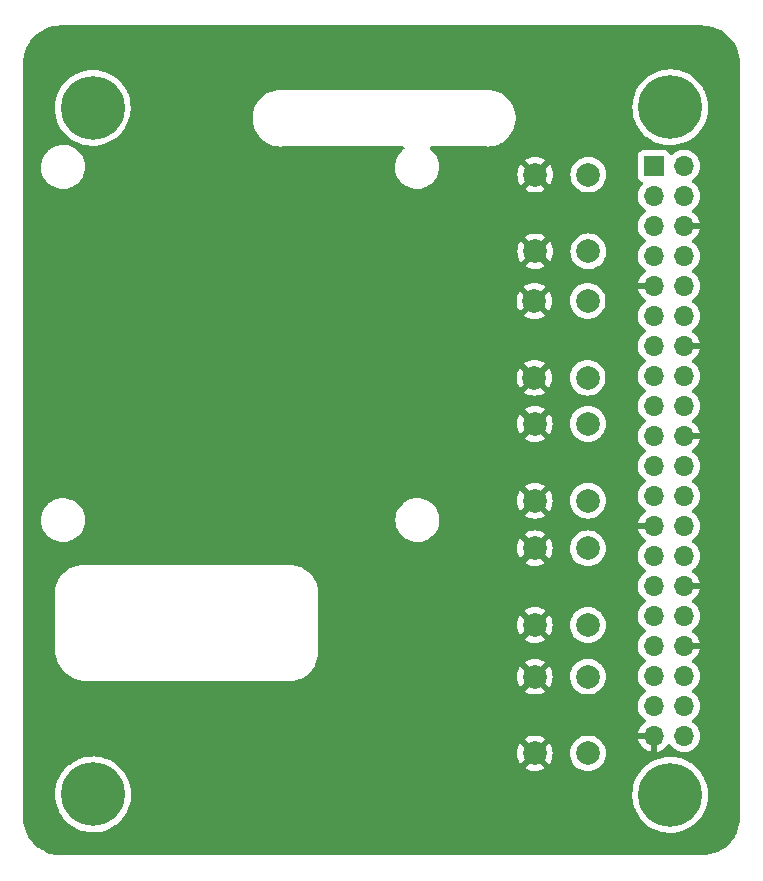
<source format=gbr>
%TF.GenerationSoftware,KiCad,Pcbnew,6.0.10-86aedd382b~118~ubuntu22.04.1*%
%TF.CreationDate,2023-01-08T16:41:24+01:00*%
%TF.ProjectId,bcp,6263702e-6b69-4636-9164-5f7063625858,rev?*%
%TF.SameCoordinates,Original*%
%TF.FileFunction,Copper,L2,Bot*%
%TF.FilePolarity,Positive*%
%FSLAX46Y46*%
G04 Gerber Fmt 4.6, Leading zero omitted, Abs format (unit mm)*
G04 Created by KiCad (PCBNEW 6.0.10-86aedd382b~118~ubuntu22.04.1) date 2023-01-08 16:41:24*
%MOMM*%
%LPD*%
G01*
G04 APERTURE LIST*
%TA.AperFunction,ComponentPad*%
%ADD10C,2.000000*%
%TD*%
%TA.AperFunction,ComponentPad*%
%ADD11R,1.700000X1.700000*%
%TD*%
%TA.AperFunction,ComponentPad*%
%ADD12O,1.700000X1.700000*%
%TD*%
%TA.AperFunction,ComponentPad*%
%ADD13C,0.800000*%
%TD*%
%TA.AperFunction,ComponentPad*%
%ADD14C,5.400000*%
%TD*%
G04 APERTURE END LIST*
D10*
%TO.P,SW5,1,1*%
%TO.N,GPIO17*%
X101370000Y-45160000D03*
X101370000Y-51660000D03*
%TO.P,SW5,2,2*%
%TO.N,GND*%
X96870000Y-45160000D03*
X96870000Y-51660000D03*
%TD*%
%TO.P,SW4,1,1*%
%TO.N,GPIO27*%
X101310000Y-55860000D03*
X101310000Y-62360000D03*
%TO.P,SW4,2,2*%
%TO.N,GND*%
X96810000Y-55860000D03*
X96810000Y-62360000D03*
%TD*%
%TO.P,SW3,1,1*%
%TO.N,GPIO22*%
X101337500Y-66265000D03*
X101337500Y-72765000D03*
%TO.P,SW3,2,2*%
%TO.N,GND*%
X96837500Y-66265000D03*
X96837500Y-72765000D03*
%TD*%
%TO.P,SW2,1,1*%
%TO.N,GPIO19*%
X101337500Y-76795000D03*
X101337500Y-83295000D03*
%TO.P,SW2,2,2*%
%TO.N,GND*%
X96837500Y-76795000D03*
X96837500Y-83295000D03*
%TD*%
%TO.P,SW1,1,1*%
%TO.N,GPIO26*%
X101337500Y-87665000D03*
X101337500Y-94165000D03*
%TO.P,SW1,2,2*%
%TO.N,GND*%
X96837500Y-87665000D03*
X96837500Y-94165000D03*
%TD*%
D11*
%TO.P,J1,1,3V3*%
%TO.N,3v3*%
X106920000Y-44430000D03*
D12*
%TO.P,J1,2,5V*%
%TO.N,5v*%
X109460000Y-44430000D03*
%TO.P,J1,3,SDA/GPIO2*%
%TO.N,GPIO02*%
X106920000Y-46970000D03*
%TO.P,J1,4,5V*%
%TO.N,5v*%
X109460000Y-46970000D03*
%TO.P,J1,5,SCL/GPIO3*%
%TO.N,GPIO03*%
X106920000Y-49510000D03*
%TO.P,J1,6,GND*%
%TO.N,GND*%
X109460000Y-49510000D03*
%TO.P,J1,7,GCLK0/GPIO4*%
%TO.N,GPIO04*%
X106920000Y-52050000D03*
%TO.P,J1,8,GPIO14/TXD*%
%TO.N,GPIO14*%
X109460000Y-52050000D03*
%TO.P,J1,9,GND*%
%TO.N,GND*%
X106920000Y-54590000D03*
%TO.P,J1,10,GPIO15/RXD*%
%TO.N,GPIO15*%
X109460000Y-54590000D03*
%TO.P,J1,11,GPIO17*%
%TO.N,GPIO17*%
X106920000Y-57130000D03*
%TO.P,J1,12,GPIO18/PWM0*%
%TO.N,GPIO18*%
X109460000Y-57130000D03*
%TO.P,J1,13,GPIO27*%
%TO.N,GPIO27*%
X106920000Y-59670000D03*
%TO.P,J1,14,GND*%
%TO.N,GND*%
X109460000Y-59670000D03*
%TO.P,J1,15,GPIO22*%
%TO.N,GPIO22*%
X106920000Y-62210000D03*
%TO.P,J1,16,GPIO23*%
%TO.N,GPIO23*%
X109460000Y-62210000D03*
%TO.P,J1,17,3V3*%
%TO.N,3v3*%
X106920000Y-64750000D03*
%TO.P,J1,18,GPIO24*%
%TO.N,GPIO24*%
X109460000Y-64750000D03*
%TO.P,J1,19,MOSI0/GPIO10*%
%TO.N,GPIO10*%
X106920000Y-67290000D03*
%TO.P,J1,20,GND*%
%TO.N,GND*%
X109460000Y-67290000D03*
%TO.P,J1,21,MISO0/GPIO9*%
%TO.N,GPIO09*%
X106920000Y-69830000D03*
%TO.P,J1,22,GPIO25*%
%TO.N,GPIO25*%
X109460000Y-69830000D03*
%TO.P,J1,23,SCLK0/GPIO11*%
%TO.N,GPIO11*%
X106920000Y-72370000D03*
%TO.P,J1,24,~{CE0}/GPIO8*%
%TO.N,GPIO08*%
X109460000Y-72370000D03*
%TO.P,J1,25,GND*%
%TO.N,GND*%
X106920000Y-74910000D03*
%TO.P,J1,26,~{CE1}/GPIO7*%
%TO.N,GPIO07*%
X109460000Y-74910000D03*
%TO.P,J1,27,ID_SD/GPIO0*%
%TO.N,GPIO00*%
X106920000Y-77450000D03*
%TO.P,J1,28,ID_SC/GPIO1*%
%TO.N,GPIO01*%
X109460000Y-77450000D03*
%TO.P,J1,29,GCLK1/GPIO5*%
%TO.N,GPIO05*%
X106920000Y-79990000D03*
%TO.P,J1,30,GND*%
%TO.N,GND*%
X109460000Y-79990000D03*
%TO.P,J1,31,GCLK2/GPIO6*%
%TO.N,GPIO06*%
X106920000Y-82530000D03*
%TO.P,J1,32,PWM0/GPIO12*%
%TO.N,GPIO12*%
X109460000Y-82530000D03*
%TO.P,J1,33,PWM1/GPIO13*%
%TO.N,GPIO13*%
X106920000Y-85070000D03*
%TO.P,J1,34,GND*%
%TO.N,GND*%
X109460000Y-85070000D03*
%TO.P,J1,35,GPIO19/MISO1*%
%TO.N,GPIO19*%
X106920000Y-87610000D03*
%TO.P,J1,36,GPIO16*%
%TO.N,GPIO16*%
X109460000Y-87610000D03*
%TO.P,J1,37,GPIO26*%
%TO.N,GPIO26*%
X106920000Y-90150000D03*
%TO.P,J1,38,GPIO20/MOSI1*%
%TO.N,GPIO20*%
X109460000Y-90150000D03*
%TO.P,J1,39,GND*%
%TO.N,GND*%
X106920000Y-92690000D03*
%TO.P,J1,40,GPIO21/SCLK1*%
%TO.N,GPIO21*%
X109460000Y-92690000D03*
%TD*%
D13*
%TO.P,H4,1*%
%TO.N,N/C*%
X57998109Y-99071891D03*
D14*
X59430000Y-97640000D03*
D13*
X59430000Y-99665000D03*
X60861891Y-96208109D03*
X57405000Y-97640000D03*
X59430000Y-95615000D03*
X61455000Y-97640000D03*
X60861891Y-99071891D03*
X57998109Y-96208109D03*
%TD*%
%TO.P,H3,1*%
%TO.N,N/C*%
X106868109Y-99101891D03*
D14*
X108300000Y-97670000D03*
D13*
X108300000Y-99695000D03*
X109731891Y-96238109D03*
X106275000Y-97670000D03*
X108300000Y-95645000D03*
X110325000Y-97670000D03*
X109731891Y-99101891D03*
X106868109Y-96238109D03*
%TD*%
%TO.P,H2,1*%
%TO.N,N/C*%
X106888109Y-40891891D03*
D14*
X108320000Y-39460000D03*
D13*
X108320000Y-41485000D03*
X109751891Y-38028109D03*
X106295000Y-39460000D03*
X108320000Y-37435000D03*
X110345000Y-39460000D03*
X109751891Y-40891891D03*
X106888109Y-38028109D03*
%TD*%
%TO.P,H1,1*%
%TO.N,N/C*%
X57978109Y-40941891D03*
D14*
X59410000Y-39510000D03*
D13*
X59410000Y-41535000D03*
X60841891Y-38078109D03*
X57385000Y-39510000D03*
X59410000Y-37485000D03*
X61435000Y-39510000D03*
X60841891Y-40941891D03*
X57978109Y-38078109D03*
%TD*%
%TA.AperFunction,Conductor*%
%TO.N,GND*%
G36*
X110913614Y-32527911D02*
G01*
X110940973Y-32531851D01*
X110949857Y-32530586D01*
X110949861Y-32530586D01*
X110959572Y-32529203D01*
X110982546Y-32528053D01*
X111010318Y-32529203D01*
X111279829Y-32540364D01*
X111293058Y-32541613D01*
X111615827Y-32589395D01*
X111628845Y-32592031D01*
X111843240Y-32647360D01*
X111944770Y-32673562D01*
X111957452Y-32677560D01*
X112263013Y-32791928D01*
X112275202Y-32797239D01*
X112309026Y-32814155D01*
X112567013Y-32943177D01*
X112578576Y-32949744D01*
X112853388Y-33125627D01*
X112864194Y-33133377D01*
X113118922Y-33337230D01*
X113128852Y-33346075D01*
X113360686Y-33575650D01*
X113369628Y-33585492D01*
X113575977Y-33838220D01*
X113583828Y-33848945D01*
X113608392Y-33886509D01*
X113762399Y-34122023D01*
X113769076Y-34133517D01*
X113917862Y-34423875D01*
X113923294Y-34436013D01*
X114040657Y-34740455D01*
X114044777Y-34753096D01*
X114121635Y-35039291D01*
X114129395Y-35068188D01*
X114132161Y-35081189D01*
X114140187Y-35131967D01*
X114183103Y-35403468D01*
X114184482Y-35416689D01*
X114189667Y-35517893D01*
X114199326Y-35706441D01*
X114197960Y-35732468D01*
X114197715Y-35734024D01*
X114197715Y-35734032D01*
X114196320Y-35742897D01*
X114200477Y-35775088D01*
X114201514Y-35791167D01*
X114213465Y-73890635D01*
X114221485Y-99456276D01*
X114220307Y-99473501D01*
X114216278Y-99502755D01*
X114217598Y-99511633D01*
X114217598Y-99511635D01*
X114219039Y-99521327D01*
X114220331Y-99544296D01*
X114213585Y-99735634D01*
X114209839Y-99841871D01*
X114208669Y-99855118D01*
X114193139Y-99964608D01*
X114162821Y-100178352D01*
X114160260Y-100191409D01*
X114143149Y-100259399D01*
X114080932Y-100506615D01*
X114080580Y-100508012D01*
X114076658Y-100520719D01*
X113964608Y-100825597D01*
X113964032Y-100827165D01*
X113958790Y-100839390D01*
X113943483Y-100870453D01*
X113814479Y-101132237D01*
X113807976Y-101143844D01*
X113770193Y-101203643D01*
X113633582Y-101419851D01*
X113625910Y-101430682D01*
X113423367Y-101686778D01*
X113414593Y-101696741D01*
X113186185Y-101930036D01*
X113176395Y-101939031D01*
X112924671Y-102146928D01*
X112913978Y-102154848D01*
X112641738Y-102335037D01*
X112630270Y-102341785D01*
X112340545Y-102492261D01*
X112328430Y-102497762D01*
X112024442Y-102616849D01*
X112011813Y-102621041D01*
X111696983Y-102707401D01*
X111683983Y-102710239D01*
X111361787Y-102762918D01*
X111348561Y-102764369D01*
X111058534Y-102780749D01*
X111032491Y-102779518D01*
X111032465Y-102779514D01*
X111022210Y-102777955D01*
X111013319Y-102779150D01*
X111013314Y-102779150D01*
X110991754Y-102782048D01*
X110974990Y-102783171D01*
X86431509Y-102786944D01*
X56834597Y-102791494D01*
X56817064Y-102790270D01*
X56788610Y-102786273D01*
X56779725Y-102787570D01*
X56779721Y-102787570D01*
X56770012Y-102788987D01*
X56747052Y-102790218D01*
X56605145Y-102784850D01*
X56450079Y-102778983D01*
X56436867Y-102777784D01*
X56114272Y-102731240D01*
X56101251Y-102728654D01*
X56000896Y-102703161D01*
X55785376Y-102648414D01*
X55772692Y-102644470D01*
X55571843Y-102570190D01*
X55467008Y-102531418D01*
X55454813Y-102526162D01*
X55162729Y-102381555D01*
X55151156Y-102375044D01*
X54875922Y-102200493D01*
X54865095Y-102192797D01*
X54817260Y-102154848D01*
X54609772Y-101990244D01*
X54599815Y-101981451D01*
X54367236Y-101753144D01*
X54358260Y-101743352D01*
X54151006Y-101491825D01*
X54143111Y-101481143D01*
X53963484Y-101209187D01*
X53956758Y-101197732D01*
X53806767Y-100908390D01*
X53801284Y-100896291D01*
X53734797Y-100726273D01*
X53682586Y-100592759D01*
X53678408Y-100580153D01*
X53592324Y-100265812D01*
X53589497Y-100252841D01*
X53581142Y-100201660D01*
X53536983Y-99931173D01*
X53535538Y-99917974D01*
X53534791Y-99904721D01*
X53519220Y-99628716D01*
X53520451Y-99602685D01*
X53520696Y-99601071D01*
X53520696Y-99601070D01*
X53522045Y-99592196D01*
X53520850Y-99583307D01*
X53520850Y-99583301D01*
X53517946Y-99561700D01*
X53516823Y-99544950D01*
X53516262Y-97595132D01*
X56216757Y-97595132D01*
X56231781Y-97953588D01*
X56286668Y-98308136D01*
X56380734Y-98654356D01*
X56512806Y-98987933D01*
X56514461Y-98991045D01*
X56514463Y-98991050D01*
X56575421Y-99105694D01*
X56681239Y-99304709D01*
X56683224Y-99307607D01*
X56683230Y-99307618D01*
X56881942Y-99597829D01*
X56881947Y-99597835D01*
X56883933Y-99600736D01*
X56886236Y-99603404D01*
X57092075Y-99841871D01*
X57118361Y-99872324D01*
X57381602Y-100116087D01*
X57670375Y-100328989D01*
X57673412Y-100330743D01*
X57673416Y-100330745D01*
X57790503Y-100398345D01*
X57981080Y-100508375D01*
X58045719Y-100536615D01*
X58306622Y-100650601D01*
X58306632Y-100650605D01*
X58309844Y-100652008D01*
X58313201Y-100653047D01*
X58313206Y-100653049D01*
X58448744Y-100695005D01*
X58652570Y-100758100D01*
X59004987Y-100825327D01*
X59201571Y-100840453D01*
X59359203Y-100852582D01*
X59359204Y-100852582D01*
X59362700Y-100852851D01*
X59580001Y-100845263D01*
X59717738Y-100840453D01*
X59717743Y-100840453D01*
X59721253Y-100840330D01*
X59727585Y-100839395D01*
X60072683Y-100788436D01*
X60072689Y-100788435D01*
X60076175Y-100787920D01*
X60079579Y-100787021D01*
X60079582Y-100787020D01*
X60419652Y-100697169D01*
X60419653Y-100697169D01*
X60423043Y-100696273D01*
X60757534Y-100566533D01*
X61075478Y-100400316D01*
X61274876Y-100265820D01*
X61369997Y-100201660D01*
X61369999Y-100201659D01*
X61372913Y-100199693D01*
X61646131Y-99967167D01*
X61861144Y-99738202D01*
X61889316Y-99708202D01*
X61889320Y-99708197D01*
X61891727Y-99705634D01*
X61893832Y-99702820D01*
X61893838Y-99702813D01*
X62104530Y-99421174D01*
X62106639Y-99418355D01*
X62288189Y-99108910D01*
X62434115Y-98781156D01*
X62532011Y-98472546D01*
X62541528Y-98442546D01*
X62541528Y-98442545D01*
X62542596Y-98439179D01*
X62612282Y-98087241D01*
X62626008Y-97923784D01*
X62642120Y-97731912D01*
X62642121Y-97731901D01*
X62642303Y-97729728D01*
X62643138Y-97670000D01*
X62643526Y-97642178D01*
X62643526Y-97642166D01*
X62643556Y-97640000D01*
X62642725Y-97625132D01*
X105086757Y-97625132D01*
X105101781Y-97983588D01*
X105118364Y-98090705D01*
X105152024Y-98308136D01*
X105156668Y-98338136D01*
X105250734Y-98684356D01*
X105302211Y-98814372D01*
X105369632Y-98984658D01*
X105382806Y-99017933D01*
X105551239Y-99334709D01*
X105553224Y-99337607D01*
X105553230Y-99337618D01*
X105751942Y-99627829D01*
X105751947Y-99627835D01*
X105753933Y-99630736D01*
X105756236Y-99633404D01*
X105964535Y-99874721D01*
X105988361Y-99902324D01*
X106251602Y-100146087D01*
X106540375Y-100358989D01*
X106851080Y-100538375D01*
X106854301Y-100539782D01*
X107176622Y-100680601D01*
X107176632Y-100680605D01*
X107179844Y-100682008D01*
X107183201Y-100683047D01*
X107183206Y-100683049D01*
X107318744Y-100725005D01*
X107522570Y-100788100D01*
X107874987Y-100855327D01*
X108071571Y-100870453D01*
X108229203Y-100882582D01*
X108229204Y-100882582D01*
X108232700Y-100882851D01*
X108450001Y-100875263D01*
X108587738Y-100870453D01*
X108587743Y-100870453D01*
X108591253Y-100870330D01*
X108594734Y-100869816D01*
X108942683Y-100818436D01*
X108942689Y-100818435D01*
X108946175Y-100817920D01*
X108949579Y-100817021D01*
X108949582Y-100817020D01*
X109289652Y-100727169D01*
X109289653Y-100727169D01*
X109293043Y-100726273D01*
X109627534Y-100596533D01*
X109945478Y-100430316D01*
X110242913Y-100229693D01*
X110516131Y-99997167D01*
X110631116Y-99874721D01*
X110759316Y-99738202D01*
X110759320Y-99738197D01*
X110761727Y-99735634D01*
X110763832Y-99732820D01*
X110763838Y-99732813D01*
X110974530Y-99451174D01*
X110976639Y-99448355D01*
X110996021Y-99415320D01*
X111062743Y-99301594D01*
X111158189Y-99138910D01*
X111304115Y-98811156D01*
X111412596Y-98469179D01*
X111482282Y-98117241D01*
X111512303Y-97759728D01*
X111512692Y-97731912D01*
X111513526Y-97672178D01*
X111513526Y-97672166D01*
X111513556Y-97670000D01*
X111511758Y-97637828D01*
X111493725Y-97315301D01*
X111493529Y-97311788D01*
X111486589Y-97270757D01*
X111434286Y-96961522D01*
X111434285Y-96961518D01*
X111433697Y-96958041D01*
X111334806Y-96613169D01*
X111286662Y-96496362D01*
X111199427Y-96284713D01*
X111199423Y-96284705D01*
X111198089Y-96281468D01*
X111025250Y-95967075D01*
X110818443Y-95673907D01*
X110580245Y-95405619D01*
X110313626Y-95165554D01*
X110310776Y-95163513D01*
X110310769Y-95163508D01*
X110024763Y-94958748D01*
X110024760Y-94958746D01*
X110021909Y-94956705D01*
X109708730Y-94781675D01*
X109377992Y-94642646D01*
X109374623Y-94641655D01*
X109374619Y-94641653D01*
X109222707Y-94596943D01*
X109033818Y-94541350D01*
X108750904Y-94491464D01*
X108683958Y-94479660D01*
X108683956Y-94479660D01*
X108680498Y-94479050D01*
X108676987Y-94478829D01*
X108676986Y-94478829D01*
X108325953Y-94456743D01*
X108325947Y-94456743D01*
X108322435Y-94456522D01*
X108221046Y-94461481D01*
X107967599Y-94473876D01*
X107967591Y-94473877D01*
X107964092Y-94474048D01*
X107960624Y-94474610D01*
X107960621Y-94474610D01*
X107613411Y-94530846D01*
X107613408Y-94530847D01*
X107609936Y-94531409D01*
X107606549Y-94532355D01*
X107606543Y-94532356D01*
X107367104Y-94599209D01*
X107264381Y-94627890D01*
X107098057Y-94695089D01*
X106934998Y-94760969D01*
X106934994Y-94760971D01*
X106931734Y-94762288D01*
X106928647Y-94763957D01*
X106928643Y-94763959D01*
X106892699Y-94783394D01*
X106616142Y-94932928D01*
X106321537Y-95137683D01*
X106318895Y-95139996D01*
X106318891Y-95139999D01*
X106074080Y-95354316D01*
X106051593Y-95374002D01*
X106022996Y-95405320D01*
X105843209Y-95602211D01*
X105809672Y-95638938D01*
X105598792Y-95929190D01*
X105597050Y-95932256D01*
X105597049Y-95932258D01*
X105578905Y-95964198D01*
X105421580Y-96241140D01*
X105280245Y-96570899D01*
X105275520Y-96586549D01*
X105185607Y-96884358D01*
X105176549Y-96914358D01*
X105175913Y-96917825D01*
X105116644Y-97240757D01*
X105111784Y-97267235D01*
X105086757Y-97625132D01*
X62642725Y-97625132D01*
X62623529Y-97281788D01*
X62616589Y-97240757D01*
X62564286Y-96931522D01*
X62564285Y-96931518D01*
X62563697Y-96928041D01*
X62559774Y-96914358D01*
X62537446Y-96836492D01*
X62464806Y-96583169D01*
X62341792Y-96284713D01*
X62329427Y-96254713D01*
X62329423Y-96254705D01*
X62328089Y-96251468D01*
X62220857Y-96056413D01*
X62156943Y-95940154D01*
X62156940Y-95940150D01*
X62155250Y-95937075D01*
X61971982Y-95677275D01*
X61950479Y-95646793D01*
X61950478Y-95646791D01*
X61948443Y-95643907D01*
X61729823Y-95397670D01*
X95969660Y-95397670D01*
X95975387Y-95405320D01*
X96146542Y-95510205D01*
X96155337Y-95514687D01*
X96365488Y-95601734D01*
X96374873Y-95604783D01*
X96596054Y-95657885D01*
X96605801Y-95659428D01*
X96832570Y-95677275D01*
X96842430Y-95677275D01*
X97069199Y-95659428D01*
X97078946Y-95657885D01*
X97300127Y-95604783D01*
X97309512Y-95601734D01*
X97519663Y-95514687D01*
X97528458Y-95510205D01*
X97695945Y-95407568D01*
X97705407Y-95397110D01*
X97701624Y-95388334D01*
X96850312Y-94537022D01*
X96836368Y-94529408D01*
X96834535Y-94529539D01*
X96827920Y-94533790D01*
X95976420Y-95385290D01*
X95969660Y-95397670D01*
X61729823Y-95397670D01*
X61710245Y-95375619D01*
X61479562Y-95167911D01*
X61446244Y-95137911D01*
X61446241Y-95137909D01*
X61443626Y-95135554D01*
X61440776Y-95133513D01*
X61440769Y-95133508D01*
X61154763Y-94928748D01*
X61154760Y-94928746D01*
X61151909Y-94926705D01*
X60838730Y-94751675D01*
X60507992Y-94612646D01*
X60504623Y-94611655D01*
X60504619Y-94611653D01*
X60265749Y-94541350D01*
X60163818Y-94511350D01*
X59852874Y-94456522D01*
X59813958Y-94449660D01*
X59813956Y-94449660D01*
X59810498Y-94449050D01*
X59806987Y-94448829D01*
X59806986Y-94448829D01*
X59455953Y-94426743D01*
X59455947Y-94426743D01*
X59452435Y-94426522D01*
X59351046Y-94431481D01*
X59097599Y-94443876D01*
X59097591Y-94443877D01*
X59094092Y-94444048D01*
X59090624Y-94444610D01*
X59090621Y-94444610D01*
X58743411Y-94500846D01*
X58743408Y-94500847D01*
X58739936Y-94501409D01*
X58736549Y-94502355D01*
X58736543Y-94502356D01*
X58452406Y-94581689D01*
X58394381Y-94597890D01*
X58228057Y-94665089D01*
X58064998Y-94730969D01*
X58064994Y-94730971D01*
X58061734Y-94732288D01*
X58058647Y-94733957D01*
X58058643Y-94733959D01*
X57972915Y-94780312D01*
X57746142Y-94902928D01*
X57451537Y-95107683D01*
X57448895Y-95109996D01*
X57448891Y-95109999D01*
X57382739Y-95167911D01*
X57181593Y-95344002D01*
X56939672Y-95608938D01*
X56728792Y-95899190D01*
X56551580Y-96211140D01*
X56410245Y-96540899D01*
X56306549Y-96884358D01*
X56241784Y-97237235D01*
X56216757Y-97595132D01*
X53516262Y-97595132D01*
X53515277Y-94169930D01*
X95325225Y-94169930D01*
X95343072Y-94396699D01*
X95344615Y-94406446D01*
X95397717Y-94627627D01*
X95400766Y-94637012D01*
X95487813Y-94847163D01*
X95492295Y-94855958D01*
X95594932Y-95023445D01*
X95605390Y-95032907D01*
X95614166Y-95029124D01*
X96465478Y-94177812D01*
X96471856Y-94166132D01*
X97201908Y-94166132D01*
X97202039Y-94167965D01*
X97206290Y-94174580D01*
X98057790Y-95026080D01*
X98070170Y-95032840D01*
X98077820Y-95027113D01*
X98182705Y-94855958D01*
X98187187Y-94847163D01*
X98274234Y-94637012D01*
X98277283Y-94627627D01*
X98330385Y-94406446D01*
X98331928Y-94396699D01*
X98349775Y-94169930D01*
X98349775Y-94165000D01*
X99824335Y-94165000D01*
X99842965Y-94401711D01*
X99844119Y-94406518D01*
X99844120Y-94406524D01*
X99874103Y-94531409D01*
X99898395Y-94632594D01*
X99900288Y-94637165D01*
X99900289Y-94637167D01*
X99987272Y-94847163D01*
X99989260Y-94851963D01*
X99991846Y-94856183D01*
X100110741Y-95050202D01*
X100110745Y-95050208D01*
X100113324Y-95054416D01*
X100267531Y-95234969D01*
X100448084Y-95389176D01*
X100452292Y-95391755D01*
X100452298Y-95391759D01*
X100645584Y-95510205D01*
X100650537Y-95513240D01*
X100655107Y-95515133D01*
X100655111Y-95515135D01*
X100865333Y-95602211D01*
X100869906Y-95604105D01*
X100901900Y-95611786D01*
X101095976Y-95658380D01*
X101095982Y-95658381D01*
X101100789Y-95659535D01*
X101337500Y-95678165D01*
X101574211Y-95659535D01*
X101579018Y-95658381D01*
X101579024Y-95658380D01*
X101773100Y-95611786D01*
X101805094Y-95604105D01*
X101809667Y-95602211D01*
X102019889Y-95515135D01*
X102019893Y-95515133D01*
X102024463Y-95513240D01*
X102029416Y-95510205D01*
X102222702Y-95391759D01*
X102222708Y-95391755D01*
X102226916Y-95389176D01*
X102407469Y-95234969D01*
X102561676Y-95054416D01*
X102564255Y-95050208D01*
X102564259Y-95050202D01*
X102683154Y-94856183D01*
X102685740Y-94851963D01*
X102687729Y-94847163D01*
X102774711Y-94637167D01*
X102774712Y-94637165D01*
X102776605Y-94632594D01*
X102800897Y-94531409D01*
X102830880Y-94406524D01*
X102830881Y-94406518D01*
X102832035Y-94401711D01*
X102850665Y-94165000D01*
X102832035Y-93928289D01*
X102829887Y-93919338D01*
X102777760Y-93702218D01*
X102776605Y-93697406D01*
X102760973Y-93659667D01*
X102687635Y-93482611D01*
X102687633Y-93482607D01*
X102685740Y-93478037D01*
X102633459Y-93392722D01*
X102564259Y-93279798D01*
X102564255Y-93279792D01*
X102561676Y-93275584D01*
X102407469Y-93095031D01*
X102246987Y-92957966D01*
X105588257Y-92957966D01*
X105618565Y-93092446D01*
X105621645Y-93102275D01*
X105701770Y-93299603D01*
X105706413Y-93308794D01*
X105817694Y-93490388D01*
X105823777Y-93498699D01*
X105963213Y-93659667D01*
X105970580Y-93666883D01*
X106134434Y-93802916D01*
X106142881Y-93808831D01*
X106326756Y-93916279D01*
X106336042Y-93920729D01*
X106535001Y-93996703D01*
X106544899Y-93999579D01*
X106648250Y-94020606D01*
X106662299Y-94019410D01*
X106666000Y-94009065D01*
X106666000Y-92962115D01*
X106661525Y-92946876D01*
X106660135Y-92945671D01*
X106652452Y-92944000D01*
X105603225Y-92944000D01*
X105589694Y-92947973D01*
X105588257Y-92957966D01*
X102246987Y-92957966D01*
X102226916Y-92940824D01*
X102222708Y-92938245D01*
X102222702Y-92938241D01*
X102028683Y-92819346D01*
X102024463Y-92816760D01*
X102019893Y-92814867D01*
X102019889Y-92814865D01*
X101809667Y-92727789D01*
X101809665Y-92727788D01*
X101805094Y-92725895D01*
X101669597Y-92693365D01*
X101579024Y-92671620D01*
X101579018Y-92671619D01*
X101574211Y-92670465D01*
X101337500Y-92651835D01*
X101100789Y-92670465D01*
X101095982Y-92671619D01*
X101095976Y-92671620D01*
X101005403Y-92693365D01*
X100869906Y-92725895D01*
X100865335Y-92727788D01*
X100865333Y-92727789D01*
X100655111Y-92814865D01*
X100655107Y-92814867D01*
X100650537Y-92816760D01*
X100646317Y-92819346D01*
X100452298Y-92938241D01*
X100452292Y-92938245D01*
X100448084Y-92940824D01*
X100267531Y-93095031D01*
X100113324Y-93275584D01*
X100110745Y-93279792D01*
X100110741Y-93279798D01*
X100041541Y-93392722D01*
X99989260Y-93478037D01*
X99987367Y-93482607D01*
X99987365Y-93482611D01*
X99914027Y-93659667D01*
X99898395Y-93697406D01*
X99897240Y-93702218D01*
X99845114Y-93919338D01*
X99842965Y-93928289D01*
X99824335Y-94165000D01*
X98349775Y-94165000D01*
X98349775Y-94160070D01*
X98331928Y-93933301D01*
X98330385Y-93923554D01*
X98277283Y-93702373D01*
X98274234Y-93692988D01*
X98187187Y-93482837D01*
X98182705Y-93474042D01*
X98080068Y-93306555D01*
X98069610Y-93297093D01*
X98060834Y-93300876D01*
X97209522Y-94152188D01*
X97201908Y-94166132D01*
X96471856Y-94166132D01*
X96473092Y-94163868D01*
X96472961Y-94162035D01*
X96468710Y-94155420D01*
X95617210Y-93303920D01*
X95604830Y-93297160D01*
X95597180Y-93302887D01*
X95492295Y-93474042D01*
X95487813Y-93482837D01*
X95400766Y-93692988D01*
X95397717Y-93702373D01*
X95344615Y-93923554D01*
X95343072Y-93933301D01*
X95325225Y-94160070D01*
X95325225Y-94169930D01*
X53515277Y-94169930D01*
X53514921Y-92932890D01*
X95969593Y-92932890D01*
X95973376Y-92941666D01*
X96824688Y-93792978D01*
X96838632Y-93800592D01*
X96840465Y-93800461D01*
X96847080Y-93796210D01*
X97698580Y-92944710D01*
X97705340Y-92932330D01*
X97699613Y-92924680D01*
X97528458Y-92819795D01*
X97519663Y-92815313D01*
X97309512Y-92728266D01*
X97300127Y-92725217D01*
X97078946Y-92672115D01*
X97069199Y-92670572D01*
X96842430Y-92652725D01*
X96832570Y-92652725D01*
X96605801Y-92670572D01*
X96596054Y-92672115D01*
X96374873Y-92725217D01*
X96365488Y-92728266D01*
X96155337Y-92815313D01*
X96146542Y-92819795D01*
X95979055Y-92922432D01*
X95969593Y-92932890D01*
X53514921Y-92932890D01*
X53514111Y-90116695D01*
X105557251Y-90116695D01*
X105557548Y-90121848D01*
X105557548Y-90121851D01*
X105563011Y-90216590D01*
X105570110Y-90339715D01*
X105571247Y-90344761D01*
X105571248Y-90344767D01*
X105591119Y-90432939D01*
X105619222Y-90557639D01*
X105703266Y-90764616D01*
X105754019Y-90847438D01*
X105817291Y-90950688D01*
X105819987Y-90955088D01*
X105966250Y-91123938D01*
X106138126Y-91266632D01*
X106211445Y-91309476D01*
X106211955Y-91309774D01*
X106260679Y-91361412D01*
X106273750Y-91431195D01*
X106247019Y-91496967D01*
X106206562Y-91530327D01*
X106198457Y-91534546D01*
X106189738Y-91540036D01*
X106019433Y-91667905D01*
X106011726Y-91674748D01*
X105864590Y-91828717D01*
X105858104Y-91836727D01*
X105738098Y-92012649D01*
X105733000Y-92021623D01*
X105643338Y-92214783D01*
X105639775Y-92224470D01*
X105584389Y-92424183D01*
X105585912Y-92432607D01*
X105598292Y-92436000D01*
X107048000Y-92436000D01*
X107116121Y-92456002D01*
X107162614Y-92509658D01*
X107174000Y-92562000D01*
X107174000Y-94008517D01*
X107178064Y-94022359D01*
X107191478Y-94024393D01*
X107198184Y-94023534D01*
X107208262Y-94021392D01*
X107412255Y-93960191D01*
X107421842Y-93956433D01*
X107613095Y-93862739D01*
X107621945Y-93857464D01*
X107795328Y-93733792D01*
X107803200Y-93727139D01*
X107954052Y-93576812D01*
X107960730Y-93568965D01*
X108088022Y-93391819D01*
X108089279Y-93392722D01*
X108136373Y-93349362D01*
X108206311Y-93337145D01*
X108271751Y-93364678D01*
X108299579Y-93396511D01*
X108359987Y-93495088D01*
X108506250Y-93663938D01*
X108678126Y-93806632D01*
X108871000Y-93919338D01*
X108875825Y-93921180D01*
X108875826Y-93921181D01*
X108894440Y-93928289D01*
X109079692Y-93999030D01*
X109084760Y-94000061D01*
X109084763Y-94000062D01*
X109179862Y-94019410D01*
X109298597Y-94043567D01*
X109303772Y-94043757D01*
X109303774Y-94043757D01*
X109516673Y-94051564D01*
X109516677Y-94051564D01*
X109521837Y-94051753D01*
X109526957Y-94051097D01*
X109526959Y-94051097D01*
X109738288Y-94024025D01*
X109738289Y-94024025D01*
X109743416Y-94023368D01*
X109748366Y-94021883D01*
X109952429Y-93960661D01*
X109952434Y-93960659D01*
X109957384Y-93959174D01*
X110157994Y-93860896D01*
X110339860Y-93731173D01*
X110368917Y-93702218D01*
X110494435Y-93577137D01*
X110498096Y-93573489D01*
X110628453Y-93392077D01*
X110641995Y-93364678D01*
X110725136Y-93196453D01*
X110725137Y-93196451D01*
X110727430Y-93191811D01*
X110792370Y-92978069D01*
X110821529Y-92756590D01*
X110823156Y-92690000D01*
X110804852Y-92467361D01*
X110750431Y-92250702D01*
X110661354Y-92045840D01*
X110540014Y-91858277D01*
X110389670Y-91693051D01*
X110385619Y-91689852D01*
X110385615Y-91689848D01*
X110218414Y-91557800D01*
X110218410Y-91557798D01*
X110214359Y-91554598D01*
X110173053Y-91531796D01*
X110123084Y-91481364D01*
X110108312Y-91411921D01*
X110133428Y-91345516D01*
X110160780Y-91318909D01*
X110204603Y-91287650D01*
X110339860Y-91191173D01*
X110498096Y-91033489D01*
X110557594Y-90950689D01*
X110625435Y-90856277D01*
X110628453Y-90852077D01*
X110649320Y-90809857D01*
X110725136Y-90656453D01*
X110725137Y-90656451D01*
X110727430Y-90651811D01*
X110792370Y-90438069D01*
X110821529Y-90216590D01*
X110823156Y-90150000D01*
X110804852Y-89927361D01*
X110750431Y-89710702D01*
X110661354Y-89505840D01*
X110540014Y-89318277D01*
X110389670Y-89153051D01*
X110385619Y-89149852D01*
X110385615Y-89149848D01*
X110218414Y-89017800D01*
X110218410Y-89017798D01*
X110214359Y-89014598D01*
X110173053Y-88991796D01*
X110123084Y-88941364D01*
X110108312Y-88871921D01*
X110133428Y-88805516D01*
X110160780Y-88778909D01*
X110227647Y-88731213D01*
X110339860Y-88651173D01*
X110498096Y-88493489D01*
X110557594Y-88410689D01*
X110625435Y-88316277D01*
X110628453Y-88312077D01*
X110649320Y-88269857D01*
X110725136Y-88116453D01*
X110725137Y-88116451D01*
X110727430Y-88111811D01*
X110777619Y-87946621D01*
X110790865Y-87903023D01*
X110790865Y-87903021D01*
X110792370Y-87898069D01*
X110821529Y-87676590D01*
X110823156Y-87610000D01*
X110804852Y-87387361D01*
X110750431Y-87170702D01*
X110661354Y-86965840D01*
X110621906Y-86904862D01*
X110542822Y-86782617D01*
X110542820Y-86782614D01*
X110540014Y-86778277D01*
X110389670Y-86613051D01*
X110385619Y-86609852D01*
X110385615Y-86609848D01*
X110218414Y-86477800D01*
X110218410Y-86477798D01*
X110214359Y-86474598D01*
X110172569Y-86451529D01*
X110122598Y-86401097D01*
X110107826Y-86331654D01*
X110132942Y-86265248D01*
X110160294Y-86238641D01*
X110335328Y-86113792D01*
X110343200Y-86107139D01*
X110494052Y-85956812D01*
X110500730Y-85948965D01*
X110625003Y-85776020D01*
X110630313Y-85767183D01*
X110724670Y-85576267D01*
X110728469Y-85566672D01*
X110790377Y-85362910D01*
X110792555Y-85352837D01*
X110793986Y-85341962D01*
X110791775Y-85327778D01*
X110778617Y-85324000D01*
X109332000Y-85324000D01*
X109263879Y-85303998D01*
X109217386Y-85250342D01*
X109206000Y-85198000D01*
X109206000Y-84942000D01*
X109226002Y-84873879D01*
X109279658Y-84827386D01*
X109332000Y-84816000D01*
X110778344Y-84816000D01*
X110791875Y-84812027D01*
X110793180Y-84802947D01*
X110751214Y-84635875D01*
X110747894Y-84626124D01*
X110662972Y-84430814D01*
X110658105Y-84421739D01*
X110542426Y-84242926D01*
X110536136Y-84234757D01*
X110392806Y-84077240D01*
X110385273Y-84070215D01*
X110218139Y-83938222D01*
X110209556Y-83932520D01*
X110172602Y-83912120D01*
X110122631Y-83861687D01*
X110107859Y-83792245D01*
X110132975Y-83725839D01*
X110160327Y-83699232D01*
X110216158Y-83659408D01*
X110339860Y-83571173D01*
X110384412Y-83526777D01*
X110494435Y-83417137D01*
X110498096Y-83413489D01*
X110557594Y-83330689D01*
X110625435Y-83236277D01*
X110628453Y-83232077D01*
X110649320Y-83189857D01*
X110725136Y-83036453D01*
X110725137Y-83036451D01*
X110727430Y-83031811D01*
X110792370Y-82818069D01*
X110821529Y-82596590D01*
X110823156Y-82530000D01*
X110804852Y-82307361D01*
X110750431Y-82090702D01*
X110661354Y-81885840D01*
X110540014Y-81698277D01*
X110389670Y-81533051D01*
X110385619Y-81529852D01*
X110385615Y-81529848D01*
X110218414Y-81397800D01*
X110218410Y-81397798D01*
X110214359Y-81394598D01*
X110172569Y-81371529D01*
X110122598Y-81321097D01*
X110107826Y-81251654D01*
X110132942Y-81185248D01*
X110160294Y-81158641D01*
X110335328Y-81033792D01*
X110343200Y-81027139D01*
X110494052Y-80876812D01*
X110500730Y-80868965D01*
X110625003Y-80696020D01*
X110630313Y-80687183D01*
X110724670Y-80496267D01*
X110728469Y-80486672D01*
X110790377Y-80282910D01*
X110792555Y-80272837D01*
X110793986Y-80261962D01*
X110791775Y-80247778D01*
X110778617Y-80244000D01*
X109332000Y-80244000D01*
X109263879Y-80223998D01*
X109217386Y-80170342D01*
X109206000Y-80118000D01*
X109206000Y-79862000D01*
X109226002Y-79793879D01*
X109279658Y-79747386D01*
X109332000Y-79736000D01*
X110778344Y-79736000D01*
X110791875Y-79732027D01*
X110793180Y-79722947D01*
X110751214Y-79555875D01*
X110747894Y-79546124D01*
X110662972Y-79350814D01*
X110658105Y-79341739D01*
X110542426Y-79162926D01*
X110536136Y-79154757D01*
X110392806Y-78997240D01*
X110385273Y-78990215D01*
X110218139Y-78858222D01*
X110209556Y-78852520D01*
X110172602Y-78832120D01*
X110122631Y-78781687D01*
X110107859Y-78712245D01*
X110132975Y-78645839D01*
X110160327Y-78619232D01*
X110185613Y-78601196D01*
X110339860Y-78491173D01*
X110370921Y-78460221D01*
X110481022Y-78350503D01*
X110498096Y-78333489D01*
X110545060Y-78268132D01*
X110625435Y-78156277D01*
X110628453Y-78152077D01*
X110632106Y-78144687D01*
X110725136Y-77956453D01*
X110725137Y-77956451D01*
X110727430Y-77951811D01*
X110792370Y-77738069D01*
X110821529Y-77516590D01*
X110822272Y-77486183D01*
X110823074Y-77453365D01*
X110823074Y-77453361D01*
X110823156Y-77450000D01*
X110804852Y-77227361D01*
X110750431Y-77010702D01*
X110661354Y-76805840D01*
X110540014Y-76618277D01*
X110389670Y-76453051D01*
X110385619Y-76449852D01*
X110385615Y-76449848D01*
X110218414Y-76317800D01*
X110218410Y-76317798D01*
X110214359Y-76314598D01*
X110173053Y-76291796D01*
X110123084Y-76241364D01*
X110108312Y-76171921D01*
X110133428Y-76105516D01*
X110160780Y-76078909D01*
X110204603Y-76047650D01*
X110339860Y-75951173D01*
X110357174Y-75933920D01*
X110444287Y-75847110D01*
X110498096Y-75793489D01*
X110628453Y-75612077D01*
X110641995Y-75584678D01*
X110725136Y-75416453D01*
X110725137Y-75416451D01*
X110727430Y-75411811D01*
X110761260Y-75300465D01*
X110790865Y-75203023D01*
X110790865Y-75203021D01*
X110792370Y-75198069D01*
X110821529Y-74976590D01*
X110823156Y-74910000D01*
X110804852Y-74687361D01*
X110750431Y-74470702D01*
X110661354Y-74265840D01*
X110560669Y-74110205D01*
X110542822Y-74082617D01*
X110542820Y-74082614D01*
X110540014Y-74078277D01*
X110389670Y-73913051D01*
X110385619Y-73909852D01*
X110385615Y-73909848D01*
X110218414Y-73777800D01*
X110218410Y-73777798D01*
X110214359Y-73774598D01*
X110173053Y-73751796D01*
X110123084Y-73701364D01*
X110108312Y-73631921D01*
X110133428Y-73565516D01*
X110160780Y-73538909D01*
X110204603Y-73507650D01*
X110339860Y-73411173D01*
X110498096Y-73253489D01*
X110509825Y-73237167D01*
X110625435Y-73076277D01*
X110628453Y-73072077D01*
X110649320Y-73029857D01*
X110725136Y-72876453D01*
X110725137Y-72876451D01*
X110727430Y-72871811D01*
X110763774Y-72752188D01*
X110790865Y-72663023D01*
X110790865Y-72663021D01*
X110792370Y-72658069D01*
X110821529Y-72436590D01*
X110823156Y-72370000D01*
X110804852Y-72147361D01*
X110750431Y-71930702D01*
X110661354Y-71725840D01*
X110540014Y-71538277D01*
X110389670Y-71373051D01*
X110385619Y-71369852D01*
X110385615Y-71369848D01*
X110218414Y-71237800D01*
X110218410Y-71237798D01*
X110214359Y-71234598D01*
X110173053Y-71211796D01*
X110123084Y-71161364D01*
X110108312Y-71091921D01*
X110133428Y-71025516D01*
X110160780Y-70998909D01*
X110204603Y-70967650D01*
X110339860Y-70871173D01*
X110498096Y-70713489D01*
X110557594Y-70630689D01*
X110625435Y-70536277D01*
X110628453Y-70532077D01*
X110649320Y-70489857D01*
X110725136Y-70336453D01*
X110725137Y-70336451D01*
X110727430Y-70331811D01*
X110792370Y-70118069D01*
X110821529Y-69896590D01*
X110823156Y-69830000D01*
X110804852Y-69607361D01*
X110750431Y-69390702D01*
X110661354Y-69185840D01*
X110540014Y-68998277D01*
X110389670Y-68833051D01*
X110385619Y-68829852D01*
X110385615Y-68829848D01*
X110218414Y-68697800D01*
X110218410Y-68697798D01*
X110214359Y-68694598D01*
X110172569Y-68671529D01*
X110122598Y-68621097D01*
X110107826Y-68551654D01*
X110132942Y-68485248D01*
X110160294Y-68458641D01*
X110335328Y-68333792D01*
X110343200Y-68327139D01*
X110494052Y-68176812D01*
X110500730Y-68168965D01*
X110625003Y-67996020D01*
X110630313Y-67987183D01*
X110724670Y-67796267D01*
X110728469Y-67786672D01*
X110790377Y-67582910D01*
X110792555Y-67572837D01*
X110793986Y-67561962D01*
X110791775Y-67547778D01*
X110778617Y-67544000D01*
X109332000Y-67544000D01*
X109263879Y-67523998D01*
X109217386Y-67470342D01*
X109206000Y-67418000D01*
X109206000Y-67162000D01*
X109226002Y-67093879D01*
X109279658Y-67047386D01*
X109332000Y-67036000D01*
X110778344Y-67036000D01*
X110791875Y-67032027D01*
X110793180Y-67022947D01*
X110751214Y-66855875D01*
X110747894Y-66846124D01*
X110662972Y-66650814D01*
X110658105Y-66641739D01*
X110542426Y-66462926D01*
X110536136Y-66454757D01*
X110392806Y-66297240D01*
X110385273Y-66290215D01*
X110218139Y-66158222D01*
X110209556Y-66152520D01*
X110172602Y-66132120D01*
X110122631Y-66081687D01*
X110107859Y-66012245D01*
X110132975Y-65945839D01*
X110160327Y-65919232D01*
X110197134Y-65892978D01*
X110339860Y-65791173D01*
X110498096Y-65633489D01*
X110540975Y-65573817D01*
X110625435Y-65456277D01*
X110628453Y-65452077D01*
X110649320Y-65409857D01*
X110725136Y-65256453D01*
X110725137Y-65256451D01*
X110727430Y-65251811D01*
X110790352Y-65044710D01*
X110790865Y-65043023D01*
X110790865Y-65043021D01*
X110792370Y-65038069D01*
X110821529Y-64816590D01*
X110822628Y-64771620D01*
X110823074Y-64753365D01*
X110823074Y-64753361D01*
X110823156Y-64750000D01*
X110804852Y-64527361D01*
X110750431Y-64310702D01*
X110661354Y-64105840D01*
X110540014Y-63918277D01*
X110389670Y-63753051D01*
X110385619Y-63749852D01*
X110385615Y-63749848D01*
X110218414Y-63617800D01*
X110218410Y-63617798D01*
X110214359Y-63614598D01*
X110173053Y-63591796D01*
X110123084Y-63541364D01*
X110108312Y-63471921D01*
X110133428Y-63405516D01*
X110160780Y-63378909D01*
X110204603Y-63347650D01*
X110339860Y-63251173D01*
X110363208Y-63227907D01*
X110494435Y-63097137D01*
X110498096Y-63093489D01*
X110528658Y-63050958D01*
X110625435Y-62916277D01*
X110628453Y-62912077D01*
X110649320Y-62869857D01*
X110725136Y-62716453D01*
X110725137Y-62716451D01*
X110727430Y-62711811D01*
X110792370Y-62498069D01*
X110821529Y-62276590D01*
X110823156Y-62210000D01*
X110804852Y-61987361D01*
X110750431Y-61770702D01*
X110661354Y-61565840D01*
X110619766Y-61501555D01*
X110542822Y-61382617D01*
X110542820Y-61382614D01*
X110540014Y-61378277D01*
X110389670Y-61213051D01*
X110385619Y-61209852D01*
X110385615Y-61209848D01*
X110218414Y-61077800D01*
X110218410Y-61077798D01*
X110214359Y-61074598D01*
X110172569Y-61051529D01*
X110122598Y-61001097D01*
X110107826Y-60931654D01*
X110132942Y-60865248D01*
X110160294Y-60838641D01*
X110335328Y-60713792D01*
X110343200Y-60707139D01*
X110494052Y-60556812D01*
X110500730Y-60548965D01*
X110625003Y-60376020D01*
X110630313Y-60367183D01*
X110724670Y-60176267D01*
X110728469Y-60166672D01*
X110790377Y-59962910D01*
X110792555Y-59952837D01*
X110793986Y-59941962D01*
X110791775Y-59927778D01*
X110778617Y-59924000D01*
X109332000Y-59924000D01*
X109263879Y-59903998D01*
X109217386Y-59850342D01*
X109206000Y-59798000D01*
X109206000Y-59542000D01*
X109226002Y-59473879D01*
X109279658Y-59427386D01*
X109332000Y-59416000D01*
X110778344Y-59416000D01*
X110791875Y-59412027D01*
X110793180Y-59402947D01*
X110751214Y-59235875D01*
X110747894Y-59226124D01*
X110662972Y-59030814D01*
X110658105Y-59021739D01*
X110542426Y-58842926D01*
X110536136Y-58834757D01*
X110392806Y-58677240D01*
X110385273Y-58670215D01*
X110218139Y-58538222D01*
X110209556Y-58532520D01*
X110172602Y-58512120D01*
X110122631Y-58461687D01*
X110107859Y-58392245D01*
X110132975Y-58325839D01*
X110160327Y-58299232D01*
X110183797Y-58282491D01*
X110339860Y-58171173D01*
X110498096Y-58013489D01*
X110557594Y-57930689D01*
X110625435Y-57836277D01*
X110628453Y-57832077D01*
X110649320Y-57789857D01*
X110725136Y-57636453D01*
X110725137Y-57636451D01*
X110727430Y-57631811D01*
X110792370Y-57418069D01*
X110821529Y-57196590D01*
X110823156Y-57130000D01*
X110804852Y-56907361D01*
X110750431Y-56690702D01*
X110661354Y-56485840D01*
X110621906Y-56424862D01*
X110542822Y-56302617D01*
X110542820Y-56302614D01*
X110540014Y-56298277D01*
X110389670Y-56133051D01*
X110385619Y-56129852D01*
X110385615Y-56129848D01*
X110218414Y-55997800D01*
X110218410Y-55997798D01*
X110214359Y-55994598D01*
X110173053Y-55971796D01*
X110123084Y-55921364D01*
X110108312Y-55851921D01*
X110133428Y-55785516D01*
X110160780Y-55758909D01*
X110204603Y-55727650D01*
X110339860Y-55631173D01*
X110352602Y-55618476D01*
X110421209Y-55550107D01*
X110498096Y-55473489D01*
X110628453Y-55292077D01*
X110641995Y-55264678D01*
X110725136Y-55096453D01*
X110725137Y-55096451D01*
X110727430Y-55091811D01*
X110792370Y-54878069D01*
X110821529Y-54656590D01*
X110821611Y-54653240D01*
X110823074Y-54593365D01*
X110823074Y-54593361D01*
X110823156Y-54590000D01*
X110804852Y-54367361D01*
X110750431Y-54150702D01*
X110661354Y-53945840D01*
X110540014Y-53758277D01*
X110389670Y-53593051D01*
X110385619Y-53589852D01*
X110385615Y-53589848D01*
X110218414Y-53457800D01*
X110218410Y-53457798D01*
X110214359Y-53454598D01*
X110173053Y-53431796D01*
X110123084Y-53381364D01*
X110108312Y-53311921D01*
X110133428Y-53245516D01*
X110160780Y-53218909D01*
X110225455Y-53172777D01*
X110339860Y-53091173D01*
X110498096Y-52933489D01*
X110557594Y-52850689D01*
X110625435Y-52756277D01*
X110628453Y-52752077D01*
X110639380Y-52729969D01*
X110725136Y-52556453D01*
X110725137Y-52556451D01*
X110727430Y-52551811D01*
X110792370Y-52338069D01*
X110821529Y-52116590D01*
X110823156Y-52050000D01*
X110804852Y-51827361D01*
X110750431Y-51610702D01*
X110661354Y-51405840D01*
X110589947Y-51295461D01*
X110542822Y-51222617D01*
X110542820Y-51222614D01*
X110540014Y-51218277D01*
X110389670Y-51053051D01*
X110385619Y-51049852D01*
X110385615Y-51049848D01*
X110218414Y-50917800D01*
X110218410Y-50917798D01*
X110214359Y-50914598D01*
X110172569Y-50891529D01*
X110122598Y-50841097D01*
X110107826Y-50771654D01*
X110132942Y-50705248D01*
X110160294Y-50678641D01*
X110335328Y-50553792D01*
X110343200Y-50547139D01*
X110494052Y-50396812D01*
X110500730Y-50388965D01*
X110625003Y-50216020D01*
X110630313Y-50207183D01*
X110724670Y-50016267D01*
X110728469Y-50006672D01*
X110790377Y-49802910D01*
X110792555Y-49792837D01*
X110793986Y-49781962D01*
X110791775Y-49767778D01*
X110778617Y-49764000D01*
X109332000Y-49764000D01*
X109263879Y-49743998D01*
X109217386Y-49690342D01*
X109206000Y-49638000D01*
X109206000Y-49382000D01*
X109226002Y-49313879D01*
X109279658Y-49267386D01*
X109332000Y-49256000D01*
X110778344Y-49256000D01*
X110791875Y-49252027D01*
X110793180Y-49242947D01*
X110751214Y-49075875D01*
X110747894Y-49066124D01*
X110662972Y-48870814D01*
X110658105Y-48861739D01*
X110542426Y-48682926D01*
X110536136Y-48674757D01*
X110392806Y-48517240D01*
X110385273Y-48510215D01*
X110218139Y-48378222D01*
X110209556Y-48372520D01*
X110172602Y-48352120D01*
X110122631Y-48301687D01*
X110107859Y-48232245D01*
X110132975Y-48165839D01*
X110160327Y-48139232D01*
X110183797Y-48122491D01*
X110339860Y-48011173D01*
X110498096Y-47853489D01*
X110557594Y-47770689D01*
X110625435Y-47676277D01*
X110628453Y-47672077D01*
X110649320Y-47629857D01*
X110725136Y-47476453D01*
X110725137Y-47476451D01*
X110727430Y-47471811D01*
X110792370Y-47258069D01*
X110821529Y-47036590D01*
X110823156Y-46970000D01*
X110804852Y-46747361D01*
X110750431Y-46530702D01*
X110661354Y-46325840D01*
X110540014Y-46138277D01*
X110389670Y-45973051D01*
X110385619Y-45969852D01*
X110385615Y-45969848D01*
X110218414Y-45837800D01*
X110218410Y-45837798D01*
X110214359Y-45834598D01*
X110173053Y-45811796D01*
X110123084Y-45761364D01*
X110108312Y-45691921D01*
X110133428Y-45625516D01*
X110160780Y-45598909D01*
X110227193Y-45551537D01*
X110339860Y-45471173D01*
X110498096Y-45313489D01*
X110543661Y-45250079D01*
X110625435Y-45136277D01*
X110628453Y-45132077D01*
X110659968Y-45068312D01*
X110725136Y-44936453D01*
X110725137Y-44936451D01*
X110727430Y-44931811D01*
X110762857Y-44815209D01*
X110790865Y-44723023D01*
X110790865Y-44723021D01*
X110792370Y-44718069D01*
X110821529Y-44496590D01*
X110821993Y-44477611D01*
X110823074Y-44433365D01*
X110823074Y-44433361D01*
X110823156Y-44430000D01*
X110804852Y-44207361D01*
X110750431Y-43990702D01*
X110661354Y-43785840D01*
X110618592Y-43719740D01*
X110542822Y-43602617D01*
X110542820Y-43602614D01*
X110540014Y-43598277D01*
X110389670Y-43433051D01*
X110385619Y-43429852D01*
X110385615Y-43429848D01*
X110218414Y-43297800D01*
X110218410Y-43297798D01*
X110214359Y-43294598D01*
X110018789Y-43186638D01*
X110013920Y-43184914D01*
X110013916Y-43184912D01*
X109813087Y-43113795D01*
X109813083Y-43113794D01*
X109808212Y-43112069D01*
X109803119Y-43111162D01*
X109803116Y-43111161D01*
X109593373Y-43073800D01*
X109593367Y-43073799D01*
X109588284Y-43072894D01*
X109514452Y-43071992D01*
X109370081Y-43070228D01*
X109370079Y-43070228D01*
X109364911Y-43070165D01*
X109144091Y-43103955D01*
X108931756Y-43173357D01*
X108733607Y-43276507D01*
X108729474Y-43279610D01*
X108729471Y-43279612D01*
X108559100Y-43407530D01*
X108554965Y-43410635D01*
X108498537Y-43469684D01*
X108474283Y-43495064D01*
X108412759Y-43530494D01*
X108341846Y-43527037D01*
X108284060Y-43485791D01*
X108265207Y-43452243D01*
X108223767Y-43341703D01*
X108220615Y-43333295D01*
X108133261Y-43216739D01*
X108016705Y-43129385D01*
X107880316Y-43078255D01*
X107818134Y-43071500D01*
X106021866Y-43071500D01*
X105959684Y-43078255D01*
X105823295Y-43129385D01*
X105706739Y-43216739D01*
X105619385Y-43333295D01*
X105568255Y-43469684D01*
X105561500Y-43531866D01*
X105561500Y-45328134D01*
X105568255Y-45390316D01*
X105619385Y-45526705D01*
X105706739Y-45643261D01*
X105823295Y-45730615D01*
X105831704Y-45733767D01*
X105831705Y-45733768D01*
X105940451Y-45774535D01*
X105997216Y-45817176D01*
X106021916Y-45883738D01*
X106006709Y-45953087D01*
X105987316Y-45979568D01*
X105866494Y-46106001D01*
X105860629Y-46112138D01*
X105734743Y-46296680D01*
X105640688Y-46499305D01*
X105580989Y-46714570D01*
X105557251Y-46936695D01*
X105557548Y-46941848D01*
X105557548Y-46941851D01*
X105563011Y-47036590D01*
X105570110Y-47159715D01*
X105571247Y-47164761D01*
X105571248Y-47164767D01*
X105591119Y-47252939D01*
X105619222Y-47377639D01*
X105703266Y-47584616D01*
X105754019Y-47667438D01*
X105817291Y-47770688D01*
X105819987Y-47775088D01*
X105966250Y-47943938D01*
X106138126Y-48086632D01*
X106208595Y-48127811D01*
X106211445Y-48129476D01*
X106260169Y-48181114D01*
X106273240Y-48250897D01*
X106246509Y-48316669D01*
X106206055Y-48350027D01*
X106193607Y-48356507D01*
X106189474Y-48359610D01*
X106189471Y-48359612D01*
X106165247Y-48377800D01*
X106014965Y-48490635D01*
X105860629Y-48652138D01*
X105734743Y-48836680D01*
X105640688Y-49039305D01*
X105580989Y-49254570D01*
X105557251Y-49476695D01*
X105570110Y-49699715D01*
X105571247Y-49704761D01*
X105571248Y-49704767D01*
X105584597Y-49764000D01*
X105619222Y-49917639D01*
X105703266Y-50124616D01*
X105819987Y-50315088D01*
X105966250Y-50483938D01*
X106138126Y-50626632D01*
X106208595Y-50667811D01*
X106211445Y-50669476D01*
X106260169Y-50721114D01*
X106273240Y-50790897D01*
X106246509Y-50856669D01*
X106206055Y-50890027D01*
X106193607Y-50896507D01*
X106189474Y-50899610D01*
X106189471Y-50899612D01*
X106096999Y-50969042D01*
X106014965Y-51030635D01*
X105860629Y-51192138D01*
X105734743Y-51376680D01*
X105640688Y-51579305D01*
X105580989Y-51794570D01*
X105557251Y-52016695D01*
X105557548Y-52021848D01*
X105557548Y-52021851D01*
X105563011Y-52116590D01*
X105570110Y-52239715D01*
X105571247Y-52244761D01*
X105571248Y-52244767D01*
X105591119Y-52332939D01*
X105619222Y-52457639D01*
X105703266Y-52664616D01*
X105741013Y-52726213D01*
X105817291Y-52850688D01*
X105819987Y-52855088D01*
X105966250Y-53023938D01*
X106138126Y-53166632D01*
X106147783Y-53172275D01*
X106211955Y-53209774D01*
X106260679Y-53261412D01*
X106273750Y-53331195D01*
X106247019Y-53396967D01*
X106206562Y-53430327D01*
X106198457Y-53434546D01*
X106189738Y-53440036D01*
X106019433Y-53567905D01*
X106011726Y-53574748D01*
X105864590Y-53728717D01*
X105858104Y-53736727D01*
X105738098Y-53912649D01*
X105733000Y-53921623D01*
X105643338Y-54114783D01*
X105639775Y-54124470D01*
X105584389Y-54324183D01*
X105585912Y-54332607D01*
X105598292Y-54336000D01*
X107048000Y-54336000D01*
X107116121Y-54356002D01*
X107162614Y-54409658D01*
X107174000Y-54462000D01*
X107174000Y-54718000D01*
X107153998Y-54786121D01*
X107100342Y-54832614D01*
X107048000Y-54844000D01*
X105603225Y-54844000D01*
X105589694Y-54847973D01*
X105588257Y-54857966D01*
X105618565Y-54992446D01*
X105621645Y-55002275D01*
X105701770Y-55199603D01*
X105706413Y-55208794D01*
X105817694Y-55390388D01*
X105823777Y-55398699D01*
X105963213Y-55559667D01*
X105970580Y-55566883D01*
X106134434Y-55702916D01*
X106142881Y-55708831D01*
X106211969Y-55749203D01*
X106260693Y-55800842D01*
X106273764Y-55870625D01*
X106247033Y-55936396D01*
X106206584Y-55969752D01*
X106193607Y-55976507D01*
X106189474Y-55979610D01*
X106189471Y-55979612D01*
X106019100Y-56107530D01*
X106014965Y-56110635D01*
X105860629Y-56272138D01*
X105734743Y-56456680D01*
X105640688Y-56659305D01*
X105580989Y-56874570D01*
X105557251Y-57096695D01*
X105557548Y-57101848D01*
X105557548Y-57101851D01*
X105563766Y-57209687D01*
X105570110Y-57319715D01*
X105571247Y-57324761D01*
X105571248Y-57324767D01*
X105591119Y-57412939D01*
X105619222Y-57537639D01*
X105703266Y-57744616D01*
X105754019Y-57827438D01*
X105817291Y-57930688D01*
X105819987Y-57935088D01*
X105966250Y-58103938D01*
X106138126Y-58246632D01*
X106208595Y-58287811D01*
X106211445Y-58289476D01*
X106260169Y-58341114D01*
X106273240Y-58410897D01*
X106246509Y-58476669D01*
X106206055Y-58510027D01*
X106193607Y-58516507D01*
X106189474Y-58519610D01*
X106189471Y-58519612D01*
X106165247Y-58537800D01*
X106014965Y-58650635D01*
X105860629Y-58812138D01*
X105734743Y-58996680D01*
X105640688Y-59199305D01*
X105580989Y-59414570D01*
X105557251Y-59636695D01*
X105570110Y-59859715D01*
X105571247Y-59864761D01*
X105571248Y-59864767D01*
X105584597Y-59924000D01*
X105619222Y-60077639D01*
X105703266Y-60284616D01*
X105819987Y-60475088D01*
X105966250Y-60643938D01*
X106138126Y-60786632D01*
X106208595Y-60827811D01*
X106211445Y-60829476D01*
X106260169Y-60881114D01*
X106273240Y-60950897D01*
X106246509Y-61016669D01*
X106206055Y-61050027D01*
X106193607Y-61056507D01*
X106189474Y-61059610D01*
X106189471Y-61059612D01*
X106019100Y-61187530D01*
X106014965Y-61190635D01*
X106011393Y-61194373D01*
X105923046Y-61286823D01*
X105860629Y-61352138D01*
X105734743Y-61536680D01*
X105640688Y-61739305D01*
X105580989Y-61954570D01*
X105557251Y-62176695D01*
X105557548Y-62181848D01*
X105557548Y-62181851D01*
X105563011Y-62276590D01*
X105570110Y-62399715D01*
X105571247Y-62404761D01*
X105571248Y-62404767D01*
X105591119Y-62492939D01*
X105619222Y-62617639D01*
X105703266Y-62824616D01*
X105754019Y-62907438D01*
X105817291Y-63010688D01*
X105819987Y-63015088D01*
X105966250Y-63183938D01*
X106138126Y-63326632D01*
X106208595Y-63367811D01*
X106211445Y-63369476D01*
X106260169Y-63421114D01*
X106273240Y-63490897D01*
X106246509Y-63556669D01*
X106206055Y-63590027D01*
X106202054Y-63592110D01*
X106193607Y-63596507D01*
X106189474Y-63599610D01*
X106189471Y-63599612D01*
X106044792Y-63708240D01*
X106014965Y-63730635D01*
X106011393Y-63734373D01*
X105879611Y-63872275D01*
X105860629Y-63892138D01*
X105734743Y-64076680D01*
X105640688Y-64279305D01*
X105580989Y-64494570D01*
X105557251Y-64716695D01*
X105557548Y-64721848D01*
X105557548Y-64721851D01*
X105563684Y-64828266D01*
X105570110Y-64939715D01*
X105571247Y-64944761D01*
X105571248Y-64944767D01*
X105588751Y-65022432D01*
X105619222Y-65157639D01*
X105703266Y-65364616D01*
X105754019Y-65447438D01*
X105817291Y-65550688D01*
X105819987Y-65555088D01*
X105966250Y-65723938D01*
X106138126Y-65866632D01*
X106183212Y-65892978D01*
X106211445Y-65909476D01*
X106260169Y-65961114D01*
X106273240Y-66030897D01*
X106246509Y-66096669D01*
X106206055Y-66130027D01*
X106193607Y-66136507D01*
X106189474Y-66139610D01*
X106189471Y-66139612D01*
X106022470Y-66265000D01*
X106014965Y-66270635D01*
X105860629Y-66432138D01*
X105857715Y-66436410D01*
X105857714Y-66436411D01*
X105809886Y-66506524D01*
X105734743Y-66616680D01*
X105640688Y-66819305D01*
X105580989Y-67034570D01*
X105557251Y-67256695D01*
X105557548Y-67261848D01*
X105557548Y-67261851D01*
X105561764Y-67334969D01*
X105570110Y-67479715D01*
X105571247Y-67484761D01*
X105571248Y-67484767D01*
X105584597Y-67544000D01*
X105619222Y-67697639D01*
X105703266Y-67904616D01*
X105819987Y-68095088D01*
X105966250Y-68263938D01*
X106138126Y-68406632D01*
X106208595Y-68447811D01*
X106211445Y-68449476D01*
X106260169Y-68501114D01*
X106273240Y-68570897D01*
X106246509Y-68636669D01*
X106206055Y-68670027D01*
X106193607Y-68676507D01*
X106189474Y-68679610D01*
X106189471Y-68679612D01*
X106165247Y-68697800D01*
X106014965Y-68810635D01*
X105860629Y-68972138D01*
X105734743Y-69156680D01*
X105640688Y-69359305D01*
X105580989Y-69574570D01*
X105557251Y-69796695D01*
X105557548Y-69801848D01*
X105557548Y-69801851D01*
X105563011Y-69896590D01*
X105570110Y-70019715D01*
X105571247Y-70024761D01*
X105571248Y-70024767D01*
X105591119Y-70112939D01*
X105619222Y-70237639D01*
X105703266Y-70444616D01*
X105754019Y-70527438D01*
X105817291Y-70630688D01*
X105819987Y-70635088D01*
X105966250Y-70803938D01*
X106138126Y-70946632D01*
X106208595Y-70987811D01*
X106211445Y-70989476D01*
X106260169Y-71041114D01*
X106273240Y-71110897D01*
X106246509Y-71176669D01*
X106206055Y-71210027D01*
X106193607Y-71216507D01*
X106189474Y-71219610D01*
X106189471Y-71219612D01*
X106019100Y-71347530D01*
X106014965Y-71350635D01*
X105860629Y-71512138D01*
X105734743Y-71696680D01*
X105719003Y-71730590D01*
X105653444Y-71871825D01*
X105640688Y-71899305D01*
X105580989Y-72114570D01*
X105557251Y-72336695D01*
X105557548Y-72341848D01*
X105557548Y-72341851D01*
X105568587Y-72533301D01*
X105570110Y-72559715D01*
X105571247Y-72564761D01*
X105571248Y-72564767D01*
X105582752Y-72615812D01*
X105619222Y-72777639D01*
X105657461Y-72871811D01*
X105690384Y-72952890D01*
X105703266Y-72984616D01*
X105754019Y-73067438D01*
X105817291Y-73170688D01*
X105819987Y-73175088D01*
X105966250Y-73343938D01*
X106138126Y-73486632D01*
X106211445Y-73529476D01*
X106211955Y-73529774D01*
X106260679Y-73581412D01*
X106273750Y-73651195D01*
X106247019Y-73716967D01*
X106206562Y-73750327D01*
X106198457Y-73754546D01*
X106189738Y-73760036D01*
X106019433Y-73887905D01*
X106011726Y-73894748D01*
X105864590Y-74048717D01*
X105858104Y-74056727D01*
X105738098Y-74232649D01*
X105733000Y-74241623D01*
X105643338Y-74434783D01*
X105639775Y-74444470D01*
X105584389Y-74644183D01*
X105585912Y-74652607D01*
X105598292Y-74656000D01*
X107048000Y-74656000D01*
X107116121Y-74676002D01*
X107162614Y-74729658D01*
X107174000Y-74782000D01*
X107174000Y-75038000D01*
X107153998Y-75106121D01*
X107100342Y-75152614D01*
X107048000Y-75164000D01*
X105603225Y-75164000D01*
X105589694Y-75167973D01*
X105588257Y-75177966D01*
X105618565Y-75312446D01*
X105621645Y-75322275D01*
X105701770Y-75519603D01*
X105706413Y-75528794D01*
X105817694Y-75710388D01*
X105823777Y-75718699D01*
X105963213Y-75879667D01*
X105970580Y-75886883D01*
X106134434Y-76022916D01*
X106142881Y-76028831D01*
X106211969Y-76069203D01*
X106260693Y-76120842D01*
X106273764Y-76190625D01*
X106247033Y-76256396D01*
X106206584Y-76289752D01*
X106193607Y-76296507D01*
X106189474Y-76299610D01*
X106189471Y-76299612D01*
X106019100Y-76427530D01*
X106014965Y-76430635D01*
X105860629Y-76592138D01*
X105734743Y-76776680D01*
X105640688Y-76979305D01*
X105580989Y-77194570D01*
X105557251Y-77416695D01*
X105557548Y-77421848D01*
X105557548Y-77421851D01*
X105563011Y-77516590D01*
X105570110Y-77639715D01*
X105571247Y-77644761D01*
X105571248Y-77644767D01*
X105579234Y-77680202D01*
X105619222Y-77857639D01*
X105657461Y-77951811D01*
X105688037Y-78027110D01*
X105703266Y-78064616D01*
X105749587Y-78140205D01*
X105817291Y-78250688D01*
X105819987Y-78255088D01*
X105966250Y-78423938D01*
X106138126Y-78566632D01*
X106200467Y-78603061D01*
X106211445Y-78609476D01*
X106260169Y-78661114D01*
X106273240Y-78730897D01*
X106246509Y-78796669D01*
X106206055Y-78830027D01*
X106193607Y-78836507D01*
X106189474Y-78839610D01*
X106189471Y-78839612D01*
X106165247Y-78857800D01*
X106014965Y-78970635D01*
X105860629Y-79132138D01*
X105857715Y-79136410D01*
X105857714Y-79136411D01*
X105807036Y-79210702D01*
X105734743Y-79316680D01*
X105640688Y-79519305D01*
X105580989Y-79734570D01*
X105557251Y-79956695D01*
X105557548Y-79961848D01*
X105557548Y-79961851D01*
X105563011Y-80056590D01*
X105570110Y-80179715D01*
X105571247Y-80184761D01*
X105571248Y-80184767D01*
X105592275Y-80278069D01*
X105619222Y-80397639D01*
X105661697Y-80502242D01*
X105695538Y-80585583D01*
X105703266Y-80604616D01*
X105819987Y-80795088D01*
X105966250Y-80963938D01*
X106138126Y-81106632D01*
X106208595Y-81147811D01*
X106211445Y-81149476D01*
X106260169Y-81201114D01*
X106273240Y-81270897D01*
X106246509Y-81336669D01*
X106206055Y-81370027D01*
X106193607Y-81376507D01*
X106189474Y-81379610D01*
X106189471Y-81379612D01*
X106165247Y-81397800D01*
X106014965Y-81510635D01*
X105860629Y-81672138D01*
X105734743Y-81856680D01*
X105640688Y-82059305D01*
X105580989Y-82274570D01*
X105557251Y-82496695D01*
X105557548Y-82501848D01*
X105557548Y-82501851D01*
X105569812Y-82714547D01*
X105570110Y-82719715D01*
X105571247Y-82724761D01*
X105571248Y-82724767D01*
X105591119Y-82812939D01*
X105619222Y-82937639D01*
X105703266Y-83144616D01*
X105754019Y-83227438D01*
X105817291Y-83330688D01*
X105819987Y-83335088D01*
X105966250Y-83503938D01*
X106138126Y-83646632D01*
X106208595Y-83687811D01*
X106211445Y-83689476D01*
X106260169Y-83741114D01*
X106273240Y-83810897D01*
X106246509Y-83876669D01*
X106206055Y-83910027D01*
X106193607Y-83916507D01*
X106189474Y-83919610D01*
X106189471Y-83919612D01*
X106100807Y-83986183D01*
X106014965Y-84050635D01*
X106011393Y-84054373D01*
X105883529Y-84188175D01*
X105860629Y-84212138D01*
X105734743Y-84396680D01*
X105718899Y-84430814D01*
X105676684Y-84521759D01*
X105640688Y-84599305D01*
X105580989Y-84814570D01*
X105557251Y-85036695D01*
X105570110Y-85259715D01*
X105571247Y-85264761D01*
X105571248Y-85264767D01*
X105590462Y-85350023D01*
X105619222Y-85477639D01*
X105703266Y-85684616D01*
X105819987Y-85875088D01*
X105966250Y-86043938D01*
X106138126Y-86186632D01*
X106203340Y-86224740D01*
X106211445Y-86229476D01*
X106260169Y-86281114D01*
X106273240Y-86350897D01*
X106246509Y-86416669D01*
X106206055Y-86450027D01*
X106193607Y-86456507D01*
X106189474Y-86459610D01*
X106189471Y-86459612D01*
X106019100Y-86587530D01*
X106014965Y-86590635D01*
X106011393Y-86594373D01*
X105886825Y-86724726D01*
X105860629Y-86752138D01*
X105734743Y-86936680D01*
X105640688Y-87139305D01*
X105580989Y-87354570D01*
X105557251Y-87576695D01*
X105557548Y-87581848D01*
X105557548Y-87581851D01*
X105562895Y-87674580D01*
X105570110Y-87799715D01*
X105571247Y-87804761D01*
X105571248Y-87804767D01*
X105585375Y-87867452D01*
X105619222Y-88017639D01*
X105703266Y-88224616D01*
X105754019Y-88307438D01*
X105817291Y-88410688D01*
X105819987Y-88415088D01*
X105966250Y-88583938D01*
X106138126Y-88726632D01*
X106157883Y-88738177D01*
X106211445Y-88769476D01*
X106260169Y-88821114D01*
X106273240Y-88890897D01*
X106246509Y-88956669D01*
X106206055Y-88990027D01*
X106193607Y-88996507D01*
X106189474Y-88999610D01*
X106189471Y-88999612D01*
X106048761Y-89105260D01*
X106014965Y-89130635D01*
X105860629Y-89292138D01*
X105734743Y-89476680D01*
X105640688Y-89679305D01*
X105580989Y-89894570D01*
X105557251Y-90116695D01*
X53514111Y-90116695D01*
X53513761Y-88897670D01*
X95969660Y-88897670D01*
X95975387Y-88905320D01*
X96146542Y-89010205D01*
X96155337Y-89014687D01*
X96365488Y-89101734D01*
X96374873Y-89104783D01*
X96596054Y-89157885D01*
X96605801Y-89159428D01*
X96832570Y-89177275D01*
X96842430Y-89177275D01*
X97069199Y-89159428D01*
X97078946Y-89157885D01*
X97300127Y-89104783D01*
X97309512Y-89101734D01*
X97519663Y-89014687D01*
X97528458Y-89010205D01*
X97695945Y-88907568D01*
X97705407Y-88897110D01*
X97701624Y-88888334D01*
X96850312Y-88037022D01*
X96836368Y-88029408D01*
X96834535Y-88029539D01*
X96827920Y-88033790D01*
X95976420Y-88885290D01*
X95969660Y-88897670D01*
X53513761Y-88897670D01*
X53512743Y-85354891D01*
X56226296Y-85354891D01*
X56227348Y-85362794D01*
X56228312Y-85373547D01*
X56241285Y-85652054D01*
X56288539Y-85945751D01*
X56289496Y-85949176D01*
X56289497Y-85949180D01*
X56366827Y-86225895D01*
X56368602Y-86232248D01*
X56369935Y-86235532D01*
X56369937Y-86235539D01*
X56468244Y-86477800D01*
X56480455Y-86507892D01*
X56622670Y-86769168D01*
X56624716Y-86772086D01*
X56624717Y-86772088D01*
X56772467Y-86982837D01*
X56793435Y-87012746D01*
X56795790Y-87015408D01*
X56795793Y-87015411D01*
X56957738Y-87198415D01*
X56990572Y-87235519D01*
X57211567Y-87434646D01*
X57214460Y-87436713D01*
X57214466Y-87436718D01*
X57372800Y-87549852D01*
X57453603Y-87607589D01*
X57456719Y-87609322D01*
X57456723Y-87609324D01*
X57710484Y-87750414D01*
X57710492Y-87750418D01*
X57713593Y-87752142D01*
X57716870Y-87753506D01*
X57716876Y-87753509D01*
X57984933Y-87865094D01*
X57984941Y-87865097D01*
X57988223Y-87866463D01*
X57991636Y-87867450D01*
X57991642Y-87867452D01*
X58213094Y-87931485D01*
X58273990Y-87949093D01*
X58277501Y-87949690D01*
X58277500Y-87949690D01*
X58563677Y-87998371D01*
X58567251Y-87998979D01*
X58570804Y-87999176D01*
X58570809Y-87999177D01*
X58679477Y-88005216D01*
X58830083Y-88013586D01*
X58843864Y-88015116D01*
X58851715Y-88016429D01*
X58856582Y-88016484D01*
X58856586Y-88016484D01*
X58857991Y-88016499D01*
X58864267Y-88016570D01*
X58869085Y-88015875D01*
X58869088Y-88015875D01*
X58891582Y-88012631D01*
X58909566Y-88011341D01*
X76028455Y-88011341D01*
X76049505Y-88013112D01*
X76064117Y-88015588D01*
X76064120Y-88015588D01*
X76068922Y-88016402D01*
X76076244Y-88016500D01*
X76076615Y-88016505D01*
X76081473Y-88016570D01*
X76086290Y-88015886D01*
X76086291Y-88015886D01*
X76086850Y-88015807D01*
X76097070Y-88014778D01*
X76372548Y-87998371D01*
X76376300Y-87997685D01*
X76376309Y-87997684D01*
X76584544Y-87959616D01*
X76659384Y-87945934D01*
X76937765Y-87859167D01*
X77203598Y-87739345D01*
X77318150Y-87669930D01*
X95325225Y-87669930D01*
X95343072Y-87896699D01*
X95344615Y-87906446D01*
X95397717Y-88127627D01*
X95400766Y-88137012D01*
X95487813Y-88347163D01*
X95492295Y-88355958D01*
X95594932Y-88523445D01*
X95605390Y-88532907D01*
X95614166Y-88529124D01*
X96465478Y-87677812D01*
X96471856Y-87666132D01*
X97201908Y-87666132D01*
X97202039Y-87667965D01*
X97206290Y-87674580D01*
X98057790Y-88526080D01*
X98070170Y-88532840D01*
X98077820Y-88527113D01*
X98182705Y-88355958D01*
X98187187Y-88347163D01*
X98274234Y-88137012D01*
X98277283Y-88127627D01*
X98330385Y-87906446D01*
X98331928Y-87896699D01*
X98349775Y-87669930D01*
X98349775Y-87665000D01*
X99824335Y-87665000D01*
X99842965Y-87901711D01*
X99844119Y-87906518D01*
X99844120Y-87906524D01*
X99870527Y-88016515D01*
X99898395Y-88132594D01*
X99900288Y-88137165D01*
X99900289Y-88137167D01*
X99987272Y-88347163D01*
X99989260Y-88351963D01*
X99991846Y-88356183D01*
X100110741Y-88550202D01*
X100110745Y-88550208D01*
X100113324Y-88554416D01*
X100198523Y-88654171D01*
X100260411Y-88726632D01*
X100267531Y-88734969D01*
X100448084Y-88889176D01*
X100452292Y-88891755D01*
X100452298Y-88891759D01*
X100612657Y-88990027D01*
X100650537Y-89013240D01*
X100655107Y-89015133D01*
X100655111Y-89015135D01*
X100865333Y-89102211D01*
X100869906Y-89104105D01*
X100950109Y-89123360D01*
X101095976Y-89158380D01*
X101095982Y-89158381D01*
X101100789Y-89159535D01*
X101337500Y-89178165D01*
X101574211Y-89159535D01*
X101579018Y-89158381D01*
X101579024Y-89158380D01*
X101724891Y-89123360D01*
X101805094Y-89104105D01*
X101809667Y-89102211D01*
X102019889Y-89015135D01*
X102019893Y-89015133D01*
X102024463Y-89013240D01*
X102062343Y-88990027D01*
X102222702Y-88891759D01*
X102222708Y-88891755D01*
X102226916Y-88889176D01*
X102407469Y-88734969D01*
X102414590Y-88726632D01*
X102476477Y-88654171D01*
X102561676Y-88554416D01*
X102564255Y-88550208D01*
X102564259Y-88550202D01*
X102683154Y-88356183D01*
X102685740Y-88351963D01*
X102687729Y-88347163D01*
X102774711Y-88137167D01*
X102774712Y-88137165D01*
X102776605Y-88132594D01*
X102804473Y-88016515D01*
X102830880Y-87906524D01*
X102830881Y-87906518D01*
X102832035Y-87901711D01*
X102850665Y-87665000D01*
X102832035Y-87428289D01*
X102826525Y-87405335D01*
X102777760Y-87202218D01*
X102776605Y-87197406D01*
X102774711Y-87192833D01*
X102687635Y-86982611D01*
X102687633Y-86982607D01*
X102685740Y-86978037D01*
X102671391Y-86954621D01*
X102564259Y-86779798D01*
X102564255Y-86779792D01*
X102561676Y-86775584D01*
X102407469Y-86595031D01*
X102398687Y-86587530D01*
X102263540Y-86472104D01*
X102226916Y-86440824D01*
X102222708Y-86438245D01*
X102222702Y-86438241D01*
X102028683Y-86319346D01*
X102024463Y-86316760D01*
X102019893Y-86314867D01*
X102019889Y-86314865D01*
X101809667Y-86227789D01*
X101809665Y-86227788D01*
X101805094Y-86225895D01*
X101724891Y-86206640D01*
X101579024Y-86171620D01*
X101579018Y-86171619D01*
X101574211Y-86170465D01*
X101337500Y-86151835D01*
X101100789Y-86170465D01*
X101095982Y-86171619D01*
X101095976Y-86171620D01*
X100950109Y-86206640D01*
X100869906Y-86225895D01*
X100865335Y-86227788D01*
X100865333Y-86227789D01*
X100655111Y-86314865D01*
X100655107Y-86314867D01*
X100650537Y-86316760D01*
X100646317Y-86319346D01*
X100452298Y-86438241D01*
X100452292Y-86438245D01*
X100448084Y-86440824D01*
X100411460Y-86472104D01*
X100276314Y-86587530D01*
X100267531Y-86595031D01*
X100113324Y-86775584D01*
X100110745Y-86779792D01*
X100110741Y-86779798D01*
X100003609Y-86954621D01*
X99989260Y-86978037D01*
X99987367Y-86982607D01*
X99987365Y-86982611D01*
X99900289Y-87192833D01*
X99898395Y-87197406D01*
X99897240Y-87202218D01*
X99848476Y-87405335D01*
X99842965Y-87428289D01*
X99824335Y-87665000D01*
X98349775Y-87665000D01*
X98349775Y-87660070D01*
X98331928Y-87433301D01*
X98330385Y-87423554D01*
X98277283Y-87202373D01*
X98274234Y-87192988D01*
X98187187Y-86982837D01*
X98182705Y-86974042D01*
X98080068Y-86806555D01*
X98069610Y-86797093D01*
X98060834Y-86800876D01*
X97209522Y-87652188D01*
X97201908Y-87666132D01*
X96471856Y-87666132D01*
X96473092Y-87663868D01*
X96472961Y-87662035D01*
X96468710Y-87655420D01*
X95617210Y-86803920D01*
X95604830Y-86797160D01*
X95597180Y-86802887D01*
X95492295Y-86974042D01*
X95487813Y-86982837D01*
X95400766Y-87192988D01*
X95397717Y-87202373D01*
X95344615Y-87423554D01*
X95343072Y-87433301D01*
X95325225Y-87660070D01*
X95325225Y-87669930D01*
X77318150Y-87669930D01*
X77452975Y-87588230D01*
X77682229Y-87408045D01*
X77684928Y-87405335D01*
X77885286Y-87204153D01*
X77885293Y-87204145D01*
X77887990Y-87201437D01*
X77950362Y-87121406D01*
X78064884Y-86974460D01*
X78064889Y-86974452D01*
X78067233Y-86971445D01*
X78091192Y-86931538D01*
X78215356Y-86724726D01*
X78215359Y-86724721D01*
X78217323Y-86721449D01*
X78336052Y-86455127D01*
X78337172Y-86451481D01*
X78337175Y-86451473D01*
X78342883Y-86432890D01*
X95969593Y-86432890D01*
X95973376Y-86441666D01*
X96824688Y-87292978D01*
X96838632Y-87300592D01*
X96840465Y-87300461D01*
X96847080Y-87296210D01*
X97698580Y-86444710D01*
X97705340Y-86432330D01*
X97699613Y-86424680D01*
X97528458Y-86319795D01*
X97519663Y-86315313D01*
X97309512Y-86228266D01*
X97300127Y-86225217D01*
X97078946Y-86172115D01*
X97069199Y-86170572D01*
X96842430Y-86152725D01*
X96832570Y-86152725D01*
X96605801Y-86170572D01*
X96596054Y-86172115D01*
X96374873Y-86225217D01*
X96365488Y-86228266D01*
X96155337Y-86315313D01*
X96146542Y-86319795D01*
X95979055Y-86422432D01*
X95969593Y-86432890D01*
X78342883Y-86432890D01*
X78420552Y-86180051D01*
X78421676Y-86176392D01*
X78472935Y-85889343D01*
X78479218Y-85776020D01*
X78487260Y-85630945D01*
X78488704Y-85617674D01*
X78489050Y-85615552D01*
X78489051Y-85615540D01*
X78489831Y-85610749D01*
X78489918Y-85598196D01*
X78486100Y-85572504D01*
X78484731Y-85553888D01*
X78485305Y-84789428D01*
X78485501Y-84527670D01*
X95969660Y-84527670D01*
X95975387Y-84535320D01*
X96146542Y-84640205D01*
X96155337Y-84644687D01*
X96365488Y-84731734D01*
X96374873Y-84734783D01*
X96596054Y-84787885D01*
X96605801Y-84789428D01*
X96832570Y-84807275D01*
X96842430Y-84807275D01*
X97069199Y-84789428D01*
X97078946Y-84787885D01*
X97300127Y-84734783D01*
X97309512Y-84731734D01*
X97519663Y-84644687D01*
X97528458Y-84640205D01*
X97695945Y-84537568D01*
X97705407Y-84527110D01*
X97701624Y-84518334D01*
X96850312Y-83667022D01*
X96836368Y-83659408D01*
X96834535Y-83659539D01*
X96827920Y-83663790D01*
X95976420Y-84515290D01*
X95969660Y-84527670D01*
X78485501Y-84527670D01*
X78486422Y-83299930D01*
X95325225Y-83299930D01*
X95343072Y-83526699D01*
X95344615Y-83536446D01*
X95397717Y-83757627D01*
X95400766Y-83767012D01*
X95487813Y-83977163D01*
X95492295Y-83985958D01*
X95594932Y-84153445D01*
X95605390Y-84162907D01*
X95614166Y-84159124D01*
X96465478Y-83307812D01*
X96471856Y-83296132D01*
X97201908Y-83296132D01*
X97202039Y-83297965D01*
X97206290Y-83304580D01*
X98057790Y-84156080D01*
X98070170Y-84162840D01*
X98077820Y-84157113D01*
X98182705Y-83985958D01*
X98187187Y-83977163D01*
X98274234Y-83767012D01*
X98277283Y-83757627D01*
X98330385Y-83536446D01*
X98331928Y-83526699D01*
X98349775Y-83299930D01*
X98349775Y-83295000D01*
X99824335Y-83295000D01*
X99842965Y-83531711D01*
X99844119Y-83536518D01*
X99844120Y-83536524D01*
X99870555Y-83646632D01*
X99898395Y-83762594D01*
X99900288Y-83767165D01*
X99900289Y-83767167D01*
X99987272Y-83977163D01*
X99989260Y-83981963D01*
X99991846Y-83986183D01*
X100110741Y-84180202D01*
X100110745Y-84180208D01*
X100113324Y-84184416D01*
X100267531Y-84364969D01*
X100448084Y-84519176D01*
X100452292Y-84521755D01*
X100452298Y-84521759D01*
X100571180Y-84594610D01*
X100650537Y-84643240D01*
X100655107Y-84645133D01*
X100655111Y-84645135D01*
X100865333Y-84732211D01*
X100869906Y-84734105D01*
X100950109Y-84753360D01*
X101095976Y-84788380D01*
X101095982Y-84788381D01*
X101100789Y-84789535D01*
X101337500Y-84808165D01*
X101574211Y-84789535D01*
X101579018Y-84788381D01*
X101579024Y-84788380D01*
X101724891Y-84753360D01*
X101805094Y-84734105D01*
X101809667Y-84732211D01*
X102019889Y-84645135D01*
X102019893Y-84645133D01*
X102024463Y-84643240D01*
X102103820Y-84594610D01*
X102222702Y-84521759D01*
X102222708Y-84521755D01*
X102226916Y-84519176D01*
X102407469Y-84364969D01*
X102561676Y-84184416D01*
X102564255Y-84180208D01*
X102564259Y-84180202D01*
X102683154Y-83986183D01*
X102685740Y-83981963D01*
X102687729Y-83977163D01*
X102774711Y-83767167D01*
X102774712Y-83767165D01*
X102776605Y-83762594D01*
X102804445Y-83646632D01*
X102830880Y-83536524D01*
X102830881Y-83536518D01*
X102832035Y-83531711D01*
X102850665Y-83295000D01*
X102832035Y-83058289D01*
X102825679Y-83031811D01*
X102777760Y-82832218D01*
X102776605Y-82827406D01*
X102734091Y-82724767D01*
X102687635Y-82612611D01*
X102687633Y-82612607D01*
X102685740Y-82608037D01*
X102637919Y-82530000D01*
X102564259Y-82409798D01*
X102564255Y-82409792D01*
X102561676Y-82405584D01*
X102407469Y-82225031D01*
X102226916Y-82070824D01*
X102222708Y-82068245D01*
X102222702Y-82068241D01*
X102028683Y-81949346D01*
X102024463Y-81946760D01*
X102019893Y-81944867D01*
X102019889Y-81944865D01*
X101809667Y-81857789D01*
X101809665Y-81857788D01*
X101805094Y-81855895D01*
X101724891Y-81836640D01*
X101579024Y-81801620D01*
X101579018Y-81801619D01*
X101574211Y-81800465D01*
X101337500Y-81781835D01*
X101100789Y-81800465D01*
X101095982Y-81801619D01*
X101095976Y-81801620D01*
X100950109Y-81836640D01*
X100869906Y-81855895D01*
X100865335Y-81857788D01*
X100865333Y-81857789D01*
X100655111Y-81944865D01*
X100655107Y-81944867D01*
X100650537Y-81946760D01*
X100646317Y-81949346D01*
X100452298Y-82068241D01*
X100452292Y-82068245D01*
X100448084Y-82070824D01*
X100267531Y-82225031D01*
X100113324Y-82405584D01*
X100110745Y-82409792D01*
X100110741Y-82409798D01*
X100037081Y-82530000D01*
X99989260Y-82608037D01*
X99987367Y-82612607D01*
X99987365Y-82612611D01*
X99940909Y-82724767D01*
X99898395Y-82827406D01*
X99897240Y-82832218D01*
X99849322Y-83031811D01*
X99842965Y-83058289D01*
X99824335Y-83295000D01*
X98349775Y-83295000D01*
X98349775Y-83290070D01*
X98331928Y-83063301D01*
X98330385Y-83053554D01*
X98277283Y-82832373D01*
X98274234Y-82822988D01*
X98187187Y-82612837D01*
X98182705Y-82604042D01*
X98080068Y-82436555D01*
X98069610Y-82427093D01*
X98060834Y-82430876D01*
X97209522Y-83282188D01*
X97201908Y-83296132D01*
X96471856Y-83296132D01*
X96473092Y-83293868D01*
X96472961Y-83292035D01*
X96468710Y-83285420D01*
X95617210Y-82433920D01*
X95604830Y-82427160D01*
X95597180Y-82432887D01*
X95492295Y-82604042D01*
X95487813Y-82612837D01*
X95400766Y-82822988D01*
X95397717Y-82832373D01*
X95344615Y-83053554D01*
X95343072Y-83063301D01*
X95325225Y-83290070D01*
X95325225Y-83299930D01*
X78486422Y-83299930D01*
X78486493Y-83205144D01*
X78487350Y-82062890D01*
X95969593Y-82062890D01*
X95973376Y-82071666D01*
X96824688Y-82922978D01*
X96838632Y-82930592D01*
X96840465Y-82930461D01*
X96847080Y-82926210D01*
X97698580Y-82074710D01*
X97705340Y-82062330D01*
X97699613Y-82054680D01*
X97528458Y-81949795D01*
X97519663Y-81945313D01*
X97309512Y-81858266D01*
X97300127Y-81855217D01*
X97078946Y-81802115D01*
X97069199Y-81800572D01*
X96842430Y-81782725D01*
X96832570Y-81782725D01*
X96605801Y-81800572D01*
X96596054Y-81802115D01*
X96374873Y-81855217D01*
X96365488Y-81858266D01*
X96155337Y-81945313D01*
X96146542Y-81949795D01*
X95979055Y-82052432D01*
X95969593Y-82062890D01*
X78487350Y-82062890D01*
X78488469Y-80571231D01*
X78489505Y-80555202D01*
X78493056Y-80527678D01*
X78493680Y-80522844D01*
X78493351Y-80510296D01*
X78491878Y-80502231D01*
X78490432Y-80491899D01*
X78469950Y-80282910D01*
X78464537Y-80227678D01*
X78446688Y-80146466D01*
X78404372Y-79953938D01*
X78404372Y-79953936D01*
X78403569Y-79950285D01*
X78359843Y-79824682D01*
X78311423Y-79685595D01*
X78311421Y-79685590D01*
X78310192Y-79682060D01*
X78273854Y-79607531D01*
X78187361Y-79430137D01*
X78187359Y-79430133D01*
X78185721Y-79426774D01*
X78117819Y-79321375D01*
X78033927Y-79191158D01*
X78033926Y-79191157D01*
X78031904Y-79188018D01*
X77850906Y-78969149D01*
X77645271Y-78773245D01*
X77642285Y-78771010D01*
X77642279Y-78771005D01*
X77495853Y-78661412D01*
X77417891Y-78603061D01*
X77171965Y-78460991D01*
X77076474Y-78420031D01*
X76914382Y-78350503D01*
X76914374Y-78350500D01*
X76910949Y-78349031D01*
X76703429Y-78287885D01*
X76642103Y-78269815D01*
X76642100Y-78269814D01*
X76638515Y-78268758D01*
X76584329Y-78259574D01*
X76362183Y-78221923D01*
X76362182Y-78221923D01*
X76358495Y-78221298D01*
X76109006Y-78209005D01*
X76095568Y-78207618D01*
X76093558Y-78207300D01*
X76092170Y-78207081D01*
X76092167Y-78207081D01*
X76087367Y-78206323D01*
X76081127Y-78206310D01*
X76079683Y-78206307D01*
X76079682Y-78206307D01*
X76074814Y-78206297D01*
X76069997Y-78207037D01*
X76069992Y-78207037D01*
X76050790Y-78209985D01*
X76031524Y-78211445D01*
X58661790Y-78191560D01*
X58641696Y-78189923D01*
X58619847Y-78186365D01*
X58614979Y-78186331D01*
X58614976Y-78186331D01*
X58613628Y-78186322D01*
X58607295Y-78186278D01*
X58599867Y-78187381D01*
X58589559Y-78188481D01*
X58505482Y-78193959D01*
X58325662Y-78205677D01*
X58325658Y-78205678D01*
X58321891Y-78205923D01*
X58040741Y-78258443D01*
X58004529Y-78269815D01*
X57771469Y-78343004D01*
X57771466Y-78343005D01*
X57767865Y-78344136D01*
X57764417Y-78345692D01*
X57510610Y-78460221D01*
X57510604Y-78460224D01*
X57507165Y-78461776D01*
X57262363Y-78609684D01*
X57036960Y-78785745D01*
X56970243Y-78852104D01*
X56851074Y-78970635D01*
X56834175Y-78987443D01*
X56656906Y-79211898D01*
X56507685Y-79455900D01*
X56506114Y-79459332D01*
X56506113Y-79459334D01*
X56461924Y-79555875D01*
X56388646Y-79715965D01*
X56387500Y-79719547D01*
X56387498Y-79719552D01*
X56378593Y-79747386D01*
X56301488Y-79988376D01*
X56247458Y-80269241D01*
X56247193Y-80272998D01*
X56229744Y-80520293D01*
X56228081Y-80533649D01*
X56226587Y-80541985D01*
X56226300Y-80554535D01*
X56230410Y-80585583D01*
X56231500Y-80602118D01*
X56231500Y-85303584D01*
X56229540Y-85325723D01*
X56228939Y-85329093D01*
X56226574Y-85342341D01*
X56226296Y-85354891D01*
X53512743Y-85354891D01*
X53510636Y-78027670D01*
X95969660Y-78027670D01*
X95975387Y-78035320D01*
X96146542Y-78140205D01*
X96155337Y-78144687D01*
X96365488Y-78231734D01*
X96374873Y-78234783D01*
X96596054Y-78287885D01*
X96605801Y-78289428D01*
X96832570Y-78307275D01*
X96842430Y-78307275D01*
X97069199Y-78289428D01*
X97078946Y-78287885D01*
X97300127Y-78234783D01*
X97309512Y-78231734D01*
X97519663Y-78144687D01*
X97528458Y-78140205D01*
X97695945Y-78037568D01*
X97705407Y-78027110D01*
X97701624Y-78018334D01*
X96850312Y-77167022D01*
X96836368Y-77159408D01*
X96834535Y-77159539D01*
X96827920Y-77163790D01*
X95976420Y-78015290D01*
X95969660Y-78027670D01*
X53510636Y-78027670D01*
X53510283Y-76799930D01*
X95325225Y-76799930D01*
X95343072Y-77026699D01*
X95344615Y-77036446D01*
X95397717Y-77257627D01*
X95400766Y-77267012D01*
X95487813Y-77477163D01*
X95492295Y-77485958D01*
X95594932Y-77653445D01*
X95605390Y-77662907D01*
X95614166Y-77659124D01*
X96465478Y-76807812D01*
X96471856Y-76796132D01*
X97201908Y-76796132D01*
X97202039Y-76797965D01*
X97206290Y-76804580D01*
X98057790Y-77656080D01*
X98070170Y-77662840D01*
X98077820Y-77657113D01*
X98182705Y-77485958D01*
X98187187Y-77477163D01*
X98274234Y-77267012D01*
X98277283Y-77257627D01*
X98330385Y-77036446D01*
X98331928Y-77026699D01*
X98349775Y-76799930D01*
X98349775Y-76795000D01*
X99824335Y-76795000D01*
X99842965Y-77031711D01*
X99898395Y-77262594D01*
X99900288Y-77267165D01*
X99900289Y-77267167D01*
X99987272Y-77477163D01*
X99989260Y-77481963D01*
X99991846Y-77486183D01*
X100110741Y-77680202D01*
X100110745Y-77680208D01*
X100113324Y-77684416D01*
X100267531Y-77864969D01*
X100448084Y-78019176D01*
X100452292Y-78021755D01*
X100452298Y-78021759D01*
X100576100Y-78097625D01*
X100650537Y-78143240D01*
X100655107Y-78145133D01*
X100655111Y-78145135D01*
X100865333Y-78232211D01*
X100869906Y-78234105D01*
X100950109Y-78253360D01*
X101095976Y-78288380D01*
X101095982Y-78288381D01*
X101100789Y-78289535D01*
X101337500Y-78308165D01*
X101574211Y-78289535D01*
X101579018Y-78288381D01*
X101579024Y-78288380D01*
X101724891Y-78253360D01*
X101805094Y-78234105D01*
X101809667Y-78232211D01*
X102019889Y-78145135D01*
X102019893Y-78145133D01*
X102024463Y-78143240D01*
X102098900Y-78097625D01*
X102222702Y-78021759D01*
X102222708Y-78021755D01*
X102226916Y-78019176D01*
X102407469Y-77864969D01*
X102561676Y-77684416D01*
X102564255Y-77680208D01*
X102564259Y-77680202D01*
X102683154Y-77486183D01*
X102685740Y-77481963D01*
X102687729Y-77477163D01*
X102774711Y-77267167D01*
X102774712Y-77267165D01*
X102776605Y-77262594D01*
X102832035Y-77031711D01*
X102850665Y-76795000D01*
X102832035Y-76558289D01*
X102807687Y-76456870D01*
X102777760Y-76332218D01*
X102776605Y-76327406D01*
X102770266Y-76312101D01*
X102687635Y-76112611D01*
X102687633Y-76112607D01*
X102685740Y-76108037D01*
X102674788Y-76090165D01*
X102564259Y-75909798D01*
X102564255Y-75909792D01*
X102561676Y-75905584D01*
X102407469Y-75725031D01*
X102226916Y-75570824D01*
X102222708Y-75568245D01*
X102222702Y-75568241D01*
X102028683Y-75449346D01*
X102024463Y-75446760D01*
X102019893Y-75444867D01*
X102019889Y-75444865D01*
X101809667Y-75357789D01*
X101809665Y-75357788D01*
X101805094Y-75355895D01*
X101724891Y-75336640D01*
X101579024Y-75301620D01*
X101579018Y-75301619D01*
X101574211Y-75300465D01*
X101337500Y-75281835D01*
X101100789Y-75300465D01*
X101095982Y-75301619D01*
X101095976Y-75301620D01*
X100950109Y-75336640D01*
X100869906Y-75355895D01*
X100865335Y-75357788D01*
X100865333Y-75357789D01*
X100655111Y-75444865D01*
X100655107Y-75444867D01*
X100650537Y-75446760D01*
X100646317Y-75449346D01*
X100452298Y-75568241D01*
X100452292Y-75568245D01*
X100448084Y-75570824D01*
X100267531Y-75725031D01*
X100113324Y-75905584D01*
X100110745Y-75909792D01*
X100110741Y-75909798D01*
X100000212Y-76090165D01*
X99989260Y-76108037D01*
X99987367Y-76112607D01*
X99987365Y-76112611D01*
X99904734Y-76312101D01*
X99898395Y-76327406D01*
X99897240Y-76332218D01*
X99867314Y-76456870D01*
X99842965Y-76558289D01*
X99824335Y-76795000D01*
X98349775Y-76795000D01*
X98349775Y-76790070D01*
X98331928Y-76563301D01*
X98330385Y-76553554D01*
X98277283Y-76332373D01*
X98274234Y-76322988D01*
X98187187Y-76112837D01*
X98182705Y-76104042D01*
X98080068Y-75936555D01*
X98069610Y-75927093D01*
X98060834Y-75930876D01*
X97209522Y-76782188D01*
X97201908Y-76796132D01*
X96471856Y-76796132D01*
X96473092Y-76793868D01*
X96472961Y-76792035D01*
X96468710Y-76785420D01*
X95617210Y-75933920D01*
X95604830Y-75927160D01*
X95597180Y-75932887D01*
X95492295Y-76104042D01*
X95487813Y-76112837D01*
X95400766Y-76322988D01*
X95397717Y-76332373D01*
X95344615Y-76553554D01*
X95343072Y-76563301D01*
X95325225Y-76790070D01*
X95325225Y-76799930D01*
X53510283Y-76799930D01*
X53509605Y-74442277D01*
X55037009Y-74442277D01*
X55062625Y-74710769D01*
X55063710Y-74715203D01*
X55063711Y-74715209D01*
X55111376Y-74910000D01*
X55126731Y-74972750D01*
X55227985Y-75222733D01*
X55364265Y-75455482D01*
X55367118Y-75459049D01*
X55485788Y-75607438D01*
X55532716Y-75666119D01*
X55729809Y-75850234D01*
X55951416Y-76003968D01*
X55955499Y-76005999D01*
X55955502Y-76006001D01*
X56001393Y-76028831D01*
X56192894Y-76124101D01*
X56197228Y-76125522D01*
X56197231Y-76125523D01*
X56444853Y-76206698D01*
X56444859Y-76206699D01*
X56449186Y-76208118D01*
X56453677Y-76208898D01*
X56453678Y-76208898D01*
X56711140Y-76253601D01*
X56711148Y-76253602D01*
X56714921Y-76254257D01*
X56718758Y-76254448D01*
X56798578Y-76258422D01*
X56798586Y-76258422D01*
X56800149Y-76258500D01*
X56968512Y-76258500D01*
X56970780Y-76258335D01*
X56970792Y-76258335D01*
X57101884Y-76248823D01*
X57169004Y-76243953D01*
X57173459Y-76242969D01*
X57173462Y-76242969D01*
X57427912Y-76186791D01*
X57427916Y-76186790D01*
X57432372Y-76185806D01*
X57574209Y-76132069D01*
X57680318Y-76091868D01*
X57680321Y-76091867D01*
X57684588Y-76090250D01*
X57920368Y-75959286D01*
X58134773Y-75795657D01*
X58140996Y-75789292D01*
X58264891Y-75662553D01*
X58323312Y-75602792D01*
X58482034Y-75384730D01*
X58565190Y-75226676D01*
X58605490Y-75150079D01*
X58605493Y-75150073D01*
X58607615Y-75146039D01*
X58666283Y-74979908D01*
X58695902Y-74896033D01*
X58695902Y-74896032D01*
X58697425Y-74891720D01*
X58733987Y-74706217D01*
X58748700Y-74631572D01*
X58748701Y-74631566D01*
X58749581Y-74627100D01*
X58758782Y-74442277D01*
X85037009Y-74442277D01*
X85062625Y-74710769D01*
X85063710Y-74715203D01*
X85063711Y-74715209D01*
X85111376Y-74910000D01*
X85126731Y-74972750D01*
X85227985Y-75222733D01*
X85364265Y-75455482D01*
X85367118Y-75459049D01*
X85485788Y-75607438D01*
X85532716Y-75666119D01*
X85729809Y-75850234D01*
X85951416Y-76003968D01*
X85955499Y-76005999D01*
X85955502Y-76006001D01*
X86001393Y-76028831D01*
X86192894Y-76124101D01*
X86197228Y-76125522D01*
X86197231Y-76125523D01*
X86444853Y-76206698D01*
X86444859Y-76206699D01*
X86449186Y-76208118D01*
X86453677Y-76208898D01*
X86453678Y-76208898D01*
X86711140Y-76253601D01*
X86711148Y-76253602D01*
X86714921Y-76254257D01*
X86718758Y-76254448D01*
X86798578Y-76258422D01*
X86798586Y-76258422D01*
X86800149Y-76258500D01*
X86968512Y-76258500D01*
X86970780Y-76258335D01*
X86970792Y-76258335D01*
X87101884Y-76248823D01*
X87169004Y-76243953D01*
X87173459Y-76242969D01*
X87173462Y-76242969D01*
X87427912Y-76186791D01*
X87427916Y-76186790D01*
X87432372Y-76185806D01*
X87574209Y-76132069D01*
X87680318Y-76091868D01*
X87680321Y-76091867D01*
X87684588Y-76090250D01*
X87920368Y-75959286D01*
X88134773Y-75795657D01*
X88140996Y-75789292D01*
X88264891Y-75662553D01*
X88323312Y-75602792D01*
X88352356Y-75562890D01*
X95969593Y-75562890D01*
X95973376Y-75571666D01*
X96824688Y-76422978D01*
X96838632Y-76430592D01*
X96840465Y-76430461D01*
X96847080Y-76426210D01*
X97698580Y-75574710D01*
X97705340Y-75562330D01*
X97699613Y-75554680D01*
X97528458Y-75449795D01*
X97519663Y-75445313D01*
X97309512Y-75358266D01*
X97300127Y-75355217D01*
X97078946Y-75302115D01*
X97069199Y-75300572D01*
X96842430Y-75282725D01*
X96832570Y-75282725D01*
X96605801Y-75300572D01*
X96596054Y-75302115D01*
X96374873Y-75355217D01*
X96365488Y-75358266D01*
X96155337Y-75445313D01*
X96146542Y-75449795D01*
X95979055Y-75552432D01*
X95969593Y-75562890D01*
X88352356Y-75562890D01*
X88482034Y-75384730D01*
X88565190Y-75226676D01*
X88605490Y-75150079D01*
X88605493Y-75150073D01*
X88607615Y-75146039D01*
X88666283Y-74979908D01*
X88695902Y-74896033D01*
X88695902Y-74896032D01*
X88697425Y-74891720D01*
X88733987Y-74706217D01*
X88748700Y-74631572D01*
X88748701Y-74631566D01*
X88749581Y-74627100D01*
X88758930Y-74439305D01*
X88762764Y-74362292D01*
X88762764Y-74362286D01*
X88762991Y-74357723D01*
X88737375Y-74089231D01*
X88735833Y-74082926D01*
X88714971Y-73997670D01*
X95969660Y-73997670D01*
X95975387Y-74005320D01*
X96146542Y-74110205D01*
X96155337Y-74114687D01*
X96365488Y-74201734D01*
X96374873Y-74204783D01*
X96596054Y-74257885D01*
X96605801Y-74259428D01*
X96832570Y-74277275D01*
X96842430Y-74277275D01*
X97069199Y-74259428D01*
X97078946Y-74257885D01*
X97300127Y-74204783D01*
X97309512Y-74201734D01*
X97519663Y-74114687D01*
X97528458Y-74110205D01*
X97695945Y-74007568D01*
X97705407Y-73997110D01*
X97701624Y-73988334D01*
X96850312Y-73137022D01*
X96836368Y-73129408D01*
X96834535Y-73129539D01*
X96827920Y-73133790D01*
X95976420Y-73985290D01*
X95969660Y-73997670D01*
X88714971Y-73997670D01*
X88674355Y-73831688D01*
X88673269Y-73827250D01*
X88572015Y-73577267D01*
X88435735Y-73344518D01*
X88317928Y-73197208D01*
X88270136Y-73137447D01*
X88270135Y-73137445D01*
X88267284Y-73133881D01*
X88070191Y-72949766D01*
X87848584Y-72796032D01*
X87844501Y-72794001D01*
X87844498Y-72793999D01*
X87796117Y-72769930D01*
X95325225Y-72769930D01*
X95343072Y-72996699D01*
X95344615Y-73006446D01*
X95397717Y-73227627D01*
X95400766Y-73237012D01*
X95487813Y-73447163D01*
X95492295Y-73455958D01*
X95594932Y-73623445D01*
X95605390Y-73632907D01*
X95614166Y-73629124D01*
X96465478Y-72777812D01*
X96471856Y-72766132D01*
X97201908Y-72766132D01*
X97202039Y-72767965D01*
X97206290Y-72774580D01*
X98057790Y-73626080D01*
X98070170Y-73632840D01*
X98077820Y-73627113D01*
X98182705Y-73455958D01*
X98187187Y-73447163D01*
X98274234Y-73237012D01*
X98277283Y-73227627D01*
X98330385Y-73006446D01*
X98331928Y-72996699D01*
X98349775Y-72769930D01*
X98349775Y-72765000D01*
X99824335Y-72765000D01*
X99842965Y-73001711D01*
X99844119Y-73006518D01*
X99844120Y-73006524D01*
X99861039Y-73076994D01*
X99898395Y-73232594D01*
X99900288Y-73237165D01*
X99900289Y-73237167D01*
X99987272Y-73447163D01*
X99989260Y-73451963D01*
X99991846Y-73456183D01*
X100110741Y-73650202D01*
X100110745Y-73650208D01*
X100113324Y-73654416D01*
X100267531Y-73834969D01*
X100448084Y-73989176D01*
X100452292Y-73991755D01*
X100452298Y-73991759D01*
X100611358Y-74089231D01*
X100650537Y-74113240D01*
X100655107Y-74115133D01*
X100655111Y-74115135D01*
X100865333Y-74202211D01*
X100869906Y-74204105D01*
X100950109Y-74223360D01*
X101095976Y-74258380D01*
X101095982Y-74258381D01*
X101100789Y-74259535D01*
X101337500Y-74278165D01*
X101574211Y-74259535D01*
X101579018Y-74258381D01*
X101579024Y-74258380D01*
X101724891Y-74223360D01*
X101805094Y-74204105D01*
X101809667Y-74202211D01*
X102019889Y-74115135D01*
X102019893Y-74115133D01*
X102024463Y-74113240D01*
X102063642Y-74089231D01*
X102222702Y-73991759D01*
X102222708Y-73991755D01*
X102226916Y-73989176D01*
X102407469Y-73834969D01*
X102561676Y-73654416D01*
X102564255Y-73650208D01*
X102564259Y-73650202D01*
X102683154Y-73456183D01*
X102685740Y-73451963D01*
X102687729Y-73447163D01*
X102774711Y-73237167D01*
X102774712Y-73237165D01*
X102776605Y-73232594D01*
X102813961Y-73076994D01*
X102830880Y-73006524D01*
X102830881Y-73006518D01*
X102832035Y-73001711D01*
X102850665Y-72765000D01*
X102832035Y-72528289D01*
X102776605Y-72297406D01*
X102774711Y-72292833D01*
X102687635Y-72082611D01*
X102687633Y-72082607D01*
X102685740Y-72078037D01*
X102592543Y-71925954D01*
X102564259Y-71879798D01*
X102564255Y-71879792D01*
X102561676Y-71875584D01*
X102407469Y-71695031D01*
X102226916Y-71540824D01*
X102222708Y-71538245D01*
X102222702Y-71538241D01*
X102028683Y-71419346D01*
X102024463Y-71416760D01*
X102019893Y-71414867D01*
X102019889Y-71414865D01*
X101809667Y-71327789D01*
X101809665Y-71327788D01*
X101805094Y-71325895D01*
X101724891Y-71306640D01*
X101579024Y-71271620D01*
X101579018Y-71271619D01*
X101574211Y-71270465D01*
X101337500Y-71251835D01*
X101100789Y-71270465D01*
X101095982Y-71271619D01*
X101095976Y-71271620D01*
X100950109Y-71306640D01*
X100869906Y-71325895D01*
X100865335Y-71327788D01*
X100865333Y-71327789D01*
X100655111Y-71414865D01*
X100655107Y-71414867D01*
X100650537Y-71416760D01*
X100646317Y-71419346D01*
X100452298Y-71538241D01*
X100452292Y-71538245D01*
X100448084Y-71540824D01*
X100267531Y-71695031D01*
X100113324Y-71875584D01*
X100110745Y-71879792D01*
X100110741Y-71879798D01*
X100082457Y-71925954D01*
X99989260Y-72078037D01*
X99987367Y-72082607D01*
X99987365Y-72082611D01*
X99900289Y-72292833D01*
X99898395Y-72297406D01*
X99842965Y-72528289D01*
X99824335Y-72765000D01*
X98349775Y-72765000D01*
X98349775Y-72760070D01*
X98331928Y-72533301D01*
X98330385Y-72523554D01*
X98277283Y-72302373D01*
X98274234Y-72292988D01*
X98187187Y-72082837D01*
X98182705Y-72074042D01*
X98080068Y-71906555D01*
X98069610Y-71897093D01*
X98060834Y-71900876D01*
X97209522Y-72752188D01*
X97201908Y-72766132D01*
X96471856Y-72766132D01*
X96473092Y-72763868D01*
X96472961Y-72762035D01*
X96468710Y-72755420D01*
X95617210Y-71903920D01*
X95604830Y-71897160D01*
X95597180Y-71902887D01*
X95492295Y-72074042D01*
X95487813Y-72082837D01*
X95400766Y-72292988D01*
X95397717Y-72302373D01*
X95344615Y-72523554D01*
X95343072Y-72533301D01*
X95325225Y-72760070D01*
X95325225Y-72769930D01*
X87796117Y-72769930D01*
X87679606Y-72711967D01*
X87607106Y-72675899D01*
X87602772Y-72674478D01*
X87602769Y-72674477D01*
X87355147Y-72593302D01*
X87355141Y-72593301D01*
X87350814Y-72591882D01*
X87346322Y-72591102D01*
X87088860Y-72546399D01*
X87088852Y-72546398D01*
X87085079Y-72545743D01*
X87073817Y-72545182D01*
X87001422Y-72541578D01*
X87001414Y-72541578D01*
X86999851Y-72541500D01*
X86831488Y-72541500D01*
X86829220Y-72541665D01*
X86829208Y-72541665D01*
X86698116Y-72551177D01*
X86630996Y-72556047D01*
X86626541Y-72557031D01*
X86626538Y-72557031D01*
X86372088Y-72613209D01*
X86372084Y-72613210D01*
X86367628Y-72614194D01*
X86265362Y-72652939D01*
X86119682Y-72708132D01*
X86119679Y-72708133D01*
X86115412Y-72709750D01*
X85879632Y-72840714D01*
X85876000Y-72843486D01*
X85691076Y-72984616D01*
X85665227Y-73004343D01*
X85662034Y-73007609D01*
X85662032Y-73007611D01*
X85570958Y-73100775D01*
X85476688Y-73197208D01*
X85317966Y-73415270D01*
X85298661Y-73451963D01*
X85194510Y-73649921D01*
X85194507Y-73649927D01*
X85192385Y-73653961D01*
X85190865Y-73658266D01*
X85190863Y-73658270D01*
X85128464Y-73834969D01*
X85102575Y-73908280D01*
X85083449Y-74005320D01*
X85061893Y-74114687D01*
X85050419Y-74172900D01*
X85050192Y-74177453D01*
X85050192Y-74177456D01*
X85040991Y-74362292D01*
X85037009Y-74442277D01*
X58758782Y-74442277D01*
X58758930Y-74439305D01*
X58762764Y-74362292D01*
X58762764Y-74362286D01*
X58762991Y-74357723D01*
X58737375Y-74089231D01*
X58735833Y-74082926D01*
X58674355Y-73831688D01*
X58673269Y-73827250D01*
X58572015Y-73577267D01*
X58435735Y-73344518D01*
X58317928Y-73197208D01*
X58270136Y-73137447D01*
X58270135Y-73137445D01*
X58267284Y-73133881D01*
X58070191Y-72949766D01*
X57848584Y-72796032D01*
X57844501Y-72794001D01*
X57844498Y-72793999D01*
X57679606Y-72711967D01*
X57607106Y-72675899D01*
X57602772Y-72674478D01*
X57602769Y-72674477D01*
X57355147Y-72593302D01*
X57355141Y-72593301D01*
X57350814Y-72591882D01*
X57346322Y-72591102D01*
X57088860Y-72546399D01*
X57088852Y-72546398D01*
X57085079Y-72545743D01*
X57073817Y-72545182D01*
X57001422Y-72541578D01*
X57001414Y-72541578D01*
X56999851Y-72541500D01*
X56831488Y-72541500D01*
X56829220Y-72541665D01*
X56829208Y-72541665D01*
X56698116Y-72551177D01*
X56630996Y-72556047D01*
X56626541Y-72557031D01*
X56626538Y-72557031D01*
X56372088Y-72613209D01*
X56372084Y-72613210D01*
X56367628Y-72614194D01*
X56265362Y-72652939D01*
X56119682Y-72708132D01*
X56119679Y-72708133D01*
X56115412Y-72709750D01*
X55879632Y-72840714D01*
X55876000Y-72843486D01*
X55691076Y-72984616D01*
X55665227Y-73004343D01*
X55662034Y-73007609D01*
X55662032Y-73007611D01*
X55570958Y-73100775D01*
X55476688Y-73197208D01*
X55317966Y-73415270D01*
X55298661Y-73451963D01*
X55194510Y-73649921D01*
X55194507Y-73649927D01*
X55192385Y-73653961D01*
X55190865Y-73658266D01*
X55190863Y-73658270D01*
X55128464Y-73834969D01*
X55102575Y-73908280D01*
X55083449Y-74005320D01*
X55061893Y-74114687D01*
X55050419Y-74172900D01*
X55050192Y-74177453D01*
X55050192Y-74177456D01*
X55040991Y-74362292D01*
X55037009Y-74442277D01*
X53509605Y-74442277D01*
X53508768Y-71532890D01*
X95969593Y-71532890D01*
X95973376Y-71541666D01*
X96824688Y-72392978D01*
X96838632Y-72400592D01*
X96840465Y-72400461D01*
X96847080Y-72396210D01*
X97698580Y-71544710D01*
X97705340Y-71532330D01*
X97699613Y-71524680D01*
X97528458Y-71419795D01*
X97519663Y-71415313D01*
X97309512Y-71328266D01*
X97300127Y-71325217D01*
X97078946Y-71272115D01*
X97069199Y-71270572D01*
X96842430Y-71252725D01*
X96832570Y-71252725D01*
X96605801Y-71270572D01*
X96596054Y-71272115D01*
X96374873Y-71325217D01*
X96365488Y-71328266D01*
X96155337Y-71415313D01*
X96146542Y-71419795D01*
X95979055Y-71522432D01*
X95969593Y-71532890D01*
X53508768Y-71532890D01*
X53507885Y-68460896D01*
X53507608Y-67497670D01*
X95969660Y-67497670D01*
X95975387Y-67505320D01*
X96146542Y-67610205D01*
X96155337Y-67614687D01*
X96365488Y-67701734D01*
X96374873Y-67704783D01*
X96596054Y-67757885D01*
X96605801Y-67759428D01*
X96832570Y-67777275D01*
X96842430Y-67777275D01*
X97069199Y-67759428D01*
X97078946Y-67757885D01*
X97300127Y-67704783D01*
X97309512Y-67701734D01*
X97519663Y-67614687D01*
X97528458Y-67610205D01*
X97695945Y-67507568D01*
X97705407Y-67497110D01*
X97701624Y-67488334D01*
X96850312Y-66637022D01*
X96836368Y-66629408D01*
X96834535Y-66629539D01*
X96827920Y-66633790D01*
X95976420Y-67485290D01*
X95969660Y-67497670D01*
X53507608Y-67497670D01*
X53507255Y-66269930D01*
X95325225Y-66269930D01*
X95343072Y-66496699D01*
X95344615Y-66506446D01*
X95397717Y-66727627D01*
X95400766Y-66737012D01*
X95487813Y-66947163D01*
X95492295Y-66955958D01*
X95594932Y-67123445D01*
X95605390Y-67132907D01*
X95614166Y-67129124D01*
X96465478Y-66277812D01*
X96471856Y-66266132D01*
X97201908Y-66266132D01*
X97202039Y-66267965D01*
X97206290Y-66274580D01*
X98057790Y-67126080D01*
X98070170Y-67132840D01*
X98077820Y-67127113D01*
X98182705Y-66955958D01*
X98187187Y-66947163D01*
X98274234Y-66737012D01*
X98277283Y-66727627D01*
X98330385Y-66506446D01*
X98331928Y-66496699D01*
X98349775Y-66269930D01*
X98349775Y-66265000D01*
X99824335Y-66265000D01*
X99842965Y-66501711D01*
X99844119Y-66506518D01*
X99844120Y-66506524D01*
X99871694Y-66621375D01*
X99898395Y-66732594D01*
X99900288Y-66737165D01*
X99900289Y-66737167D01*
X99987272Y-66947163D01*
X99989260Y-66951963D01*
X99991846Y-66956183D01*
X100110741Y-67150202D01*
X100110745Y-67150208D01*
X100113324Y-67154416D01*
X100267531Y-67334969D01*
X100448084Y-67489176D01*
X100452292Y-67491755D01*
X100452298Y-67491759D01*
X100593143Y-67578069D01*
X100650537Y-67613240D01*
X100655107Y-67615133D01*
X100655111Y-67615135D01*
X100865333Y-67702211D01*
X100869906Y-67704105D01*
X100950109Y-67723360D01*
X101095976Y-67758380D01*
X101095982Y-67758381D01*
X101100789Y-67759535D01*
X101337500Y-67778165D01*
X101574211Y-67759535D01*
X101579018Y-67758381D01*
X101579024Y-67758380D01*
X101724891Y-67723360D01*
X101805094Y-67704105D01*
X101809667Y-67702211D01*
X102019889Y-67615135D01*
X102019893Y-67615133D01*
X102024463Y-67613240D01*
X102081857Y-67578069D01*
X102222702Y-67491759D01*
X102222708Y-67491755D01*
X102226916Y-67489176D01*
X102407469Y-67334969D01*
X102561676Y-67154416D01*
X102564255Y-67150208D01*
X102564259Y-67150202D01*
X102683154Y-66956183D01*
X102685740Y-66951963D01*
X102687729Y-66947163D01*
X102774711Y-66737167D01*
X102774712Y-66737165D01*
X102776605Y-66732594D01*
X102803306Y-66621375D01*
X102830880Y-66506524D01*
X102830881Y-66506518D01*
X102832035Y-66501711D01*
X102850665Y-66265000D01*
X102832035Y-66028289D01*
X102830477Y-66021797D01*
X102777760Y-65802218D01*
X102776605Y-65797406D01*
X102772514Y-65787529D01*
X102687635Y-65582611D01*
X102687633Y-65582607D01*
X102685740Y-65578037D01*
X102668981Y-65550689D01*
X102564259Y-65379798D01*
X102564255Y-65379792D01*
X102561676Y-65375584D01*
X102407469Y-65195031D01*
X102226916Y-65040824D01*
X102222708Y-65038245D01*
X102222702Y-65038241D01*
X102028683Y-64919346D01*
X102024463Y-64916760D01*
X102019893Y-64914867D01*
X102019889Y-64914865D01*
X101809667Y-64827789D01*
X101809665Y-64827788D01*
X101805094Y-64825895D01*
X101724891Y-64806640D01*
X101579024Y-64771620D01*
X101579018Y-64771619D01*
X101574211Y-64770465D01*
X101337500Y-64751835D01*
X101100789Y-64770465D01*
X101095982Y-64771619D01*
X101095976Y-64771620D01*
X100950109Y-64806640D01*
X100869906Y-64825895D01*
X100865335Y-64827788D01*
X100865333Y-64827789D01*
X100655111Y-64914865D01*
X100655107Y-64914867D01*
X100650537Y-64916760D01*
X100646317Y-64919346D01*
X100452298Y-65038241D01*
X100452292Y-65038245D01*
X100448084Y-65040824D01*
X100267531Y-65195031D01*
X100113324Y-65375584D01*
X100110745Y-65379792D01*
X100110741Y-65379798D01*
X100006019Y-65550689D01*
X99989260Y-65578037D01*
X99987367Y-65582607D01*
X99987365Y-65582611D01*
X99902486Y-65787529D01*
X99898395Y-65797406D01*
X99897240Y-65802218D01*
X99844524Y-66021797D01*
X99842965Y-66028289D01*
X99824335Y-66265000D01*
X98349775Y-66265000D01*
X98349775Y-66260070D01*
X98331928Y-66033301D01*
X98330385Y-66023554D01*
X98277283Y-65802373D01*
X98274234Y-65792988D01*
X98187187Y-65582837D01*
X98182705Y-65574042D01*
X98080068Y-65406555D01*
X98069610Y-65397093D01*
X98060834Y-65400876D01*
X97209522Y-66252188D01*
X97201908Y-66266132D01*
X96471856Y-66266132D01*
X96473092Y-66263868D01*
X96472961Y-66262035D01*
X96468710Y-66255420D01*
X95617210Y-65403920D01*
X95604830Y-65397160D01*
X95597180Y-65402887D01*
X95492295Y-65574042D01*
X95487813Y-65582837D01*
X95400766Y-65792988D01*
X95397717Y-65802373D01*
X95344615Y-66023554D01*
X95343072Y-66033301D01*
X95325225Y-66260070D01*
X95325225Y-66269930D01*
X53507255Y-66269930D01*
X53506899Y-65032890D01*
X95969593Y-65032890D01*
X95973376Y-65041666D01*
X96824688Y-65892978D01*
X96838632Y-65900592D01*
X96840465Y-65900461D01*
X96847080Y-65896210D01*
X97698580Y-65044710D01*
X97705340Y-65032330D01*
X97699613Y-65024680D01*
X97528458Y-64919795D01*
X97519663Y-64915313D01*
X97309512Y-64828266D01*
X97300127Y-64825217D01*
X97078946Y-64772115D01*
X97069199Y-64770572D01*
X96842430Y-64752725D01*
X96832570Y-64752725D01*
X96605801Y-64770572D01*
X96596054Y-64772115D01*
X96374873Y-64825217D01*
X96365488Y-64828266D01*
X96155337Y-64915313D01*
X96146542Y-64919795D01*
X95979055Y-65022432D01*
X95969593Y-65032890D01*
X53506899Y-65032890D01*
X53506485Y-63592670D01*
X95942160Y-63592670D01*
X95947887Y-63600320D01*
X96119042Y-63705205D01*
X96127837Y-63709687D01*
X96337988Y-63796734D01*
X96347373Y-63799783D01*
X96568554Y-63852885D01*
X96578301Y-63854428D01*
X96805070Y-63872275D01*
X96814930Y-63872275D01*
X97041699Y-63854428D01*
X97051446Y-63852885D01*
X97272627Y-63799783D01*
X97282012Y-63796734D01*
X97492163Y-63709687D01*
X97500958Y-63705205D01*
X97668445Y-63602568D01*
X97677907Y-63592110D01*
X97674124Y-63583334D01*
X96822812Y-62732022D01*
X96808868Y-62724408D01*
X96807035Y-62724539D01*
X96800420Y-62728790D01*
X95948920Y-63580290D01*
X95942160Y-63592670D01*
X53506485Y-63592670D01*
X53506132Y-62364930D01*
X95297725Y-62364930D01*
X95315572Y-62591699D01*
X95317115Y-62601446D01*
X95370217Y-62822627D01*
X95373266Y-62832012D01*
X95460313Y-63042163D01*
X95464795Y-63050958D01*
X95567432Y-63218445D01*
X95577890Y-63227907D01*
X95586666Y-63224124D01*
X96437978Y-62372812D01*
X96444356Y-62361132D01*
X97174408Y-62361132D01*
X97174539Y-62362965D01*
X97178790Y-62369580D01*
X98030290Y-63221080D01*
X98042670Y-63227840D01*
X98050320Y-63222113D01*
X98155205Y-63050958D01*
X98159687Y-63042163D01*
X98246734Y-62832012D01*
X98249783Y-62822627D01*
X98302885Y-62601446D01*
X98304428Y-62591699D01*
X98322275Y-62364930D01*
X98322275Y-62360000D01*
X99796835Y-62360000D01*
X99815465Y-62596711D01*
X99816619Y-62601518D01*
X99816620Y-62601524D01*
X99820489Y-62617639D01*
X99870895Y-62827594D01*
X99872788Y-62832165D01*
X99872789Y-62832167D01*
X99959772Y-63042163D01*
X99961760Y-63046963D01*
X99964346Y-63051183D01*
X100083241Y-63245202D01*
X100083245Y-63245208D01*
X100085824Y-63249416D01*
X100240031Y-63429969D01*
X100420584Y-63584176D01*
X100424792Y-63586755D01*
X100424798Y-63586759D01*
X100618084Y-63705205D01*
X100623037Y-63708240D01*
X100627607Y-63710133D01*
X100627611Y-63710135D01*
X100837833Y-63797211D01*
X100842406Y-63799105D01*
X100922609Y-63818360D01*
X101068476Y-63853380D01*
X101068482Y-63853381D01*
X101073289Y-63854535D01*
X101310000Y-63873165D01*
X101546711Y-63854535D01*
X101551518Y-63853381D01*
X101551524Y-63853380D01*
X101697391Y-63818360D01*
X101777594Y-63799105D01*
X101782167Y-63797211D01*
X101992389Y-63710135D01*
X101992393Y-63710133D01*
X101996963Y-63708240D01*
X102001916Y-63705205D01*
X102195202Y-63586759D01*
X102195208Y-63586755D01*
X102199416Y-63584176D01*
X102379969Y-63429969D01*
X102534176Y-63249416D01*
X102536755Y-63245208D01*
X102536759Y-63245202D01*
X102655654Y-63051183D01*
X102658240Y-63046963D01*
X102660229Y-63042163D01*
X102747211Y-62832167D01*
X102747212Y-62832165D01*
X102749105Y-62827594D01*
X102799511Y-62617639D01*
X102803380Y-62601524D01*
X102803381Y-62601518D01*
X102804535Y-62596711D01*
X102823165Y-62360000D01*
X102804535Y-62123289D01*
X102749105Y-61892406D01*
X102747211Y-61887833D01*
X102660135Y-61677611D01*
X102660133Y-61677607D01*
X102658240Y-61673037D01*
X102595460Y-61570590D01*
X102536759Y-61474798D01*
X102536755Y-61474792D01*
X102534176Y-61470584D01*
X102379969Y-61290031D01*
X102199416Y-61135824D01*
X102195208Y-61133245D01*
X102195202Y-61133241D01*
X102001183Y-61014346D01*
X101996963Y-61011760D01*
X101992393Y-61009867D01*
X101992389Y-61009865D01*
X101782167Y-60922789D01*
X101782165Y-60922788D01*
X101777594Y-60920895D01*
X101697391Y-60901640D01*
X101551524Y-60866620D01*
X101551518Y-60866619D01*
X101546711Y-60865465D01*
X101310000Y-60846835D01*
X101073289Y-60865465D01*
X101068482Y-60866619D01*
X101068476Y-60866620D01*
X100922609Y-60901640D01*
X100842406Y-60920895D01*
X100837835Y-60922788D01*
X100837833Y-60922789D01*
X100627611Y-61009865D01*
X100627607Y-61009867D01*
X100623037Y-61011760D01*
X100618817Y-61014346D01*
X100424798Y-61133241D01*
X100424792Y-61133245D01*
X100420584Y-61135824D01*
X100240031Y-61290031D01*
X100085824Y-61470584D01*
X100083245Y-61474792D01*
X100083241Y-61474798D01*
X100024540Y-61570590D01*
X99961760Y-61673037D01*
X99959867Y-61677607D01*
X99959865Y-61677611D01*
X99872789Y-61887833D01*
X99870895Y-61892406D01*
X99815465Y-62123289D01*
X99796835Y-62360000D01*
X98322275Y-62360000D01*
X98322275Y-62355070D01*
X98304428Y-62128301D01*
X98302885Y-62118554D01*
X98249783Y-61897373D01*
X98246734Y-61887988D01*
X98159687Y-61677837D01*
X98155205Y-61669042D01*
X98052568Y-61501555D01*
X98042110Y-61492093D01*
X98033334Y-61495876D01*
X97182022Y-62347188D01*
X97174408Y-62361132D01*
X96444356Y-62361132D01*
X96445592Y-62358868D01*
X96445461Y-62357035D01*
X96441210Y-62350420D01*
X95589710Y-61498920D01*
X95577330Y-61492160D01*
X95569680Y-61497887D01*
X95464795Y-61669042D01*
X95460313Y-61677837D01*
X95373266Y-61887988D01*
X95370217Y-61897373D01*
X95317115Y-62118554D01*
X95315572Y-62128301D01*
X95297725Y-62355070D01*
X95297725Y-62364930D01*
X53506132Y-62364930D01*
X53505776Y-61127890D01*
X95942093Y-61127890D01*
X95945876Y-61136666D01*
X96797188Y-61987978D01*
X96811132Y-61995592D01*
X96812965Y-61995461D01*
X96819580Y-61991210D01*
X97671080Y-61139710D01*
X97677840Y-61127330D01*
X97672113Y-61119680D01*
X97500958Y-61014795D01*
X97492163Y-61010313D01*
X97282012Y-60923266D01*
X97272627Y-60920217D01*
X97051446Y-60867115D01*
X97041699Y-60865572D01*
X96814930Y-60847725D01*
X96805070Y-60847725D01*
X96578301Y-60865572D01*
X96568554Y-60867115D01*
X96347373Y-60920217D01*
X96337988Y-60923266D01*
X96127837Y-61010313D01*
X96119042Y-61014795D01*
X95951555Y-61117432D01*
X95942093Y-61127890D01*
X53505776Y-61127890D01*
X53504616Y-57092670D01*
X95942160Y-57092670D01*
X95947887Y-57100320D01*
X96119042Y-57205205D01*
X96127837Y-57209687D01*
X96337988Y-57296734D01*
X96347373Y-57299783D01*
X96568554Y-57352885D01*
X96578301Y-57354428D01*
X96805070Y-57372275D01*
X96814930Y-57372275D01*
X97041699Y-57354428D01*
X97051446Y-57352885D01*
X97272627Y-57299783D01*
X97282012Y-57296734D01*
X97492163Y-57209687D01*
X97500958Y-57205205D01*
X97668445Y-57102568D01*
X97677907Y-57092110D01*
X97674124Y-57083334D01*
X96822812Y-56232022D01*
X96808868Y-56224408D01*
X96807035Y-56224539D01*
X96800420Y-56228790D01*
X95948920Y-57080290D01*
X95942160Y-57092670D01*
X53504616Y-57092670D01*
X53504263Y-55864930D01*
X95297725Y-55864930D01*
X95315572Y-56091699D01*
X95317115Y-56101446D01*
X95370217Y-56322627D01*
X95373266Y-56332012D01*
X95460313Y-56542163D01*
X95464795Y-56550958D01*
X95567432Y-56718445D01*
X95577890Y-56727907D01*
X95586666Y-56724124D01*
X96437978Y-55872812D01*
X96444356Y-55861132D01*
X97174408Y-55861132D01*
X97174539Y-55862965D01*
X97178790Y-55869580D01*
X98030290Y-56721080D01*
X98042670Y-56727840D01*
X98050320Y-56722113D01*
X98155205Y-56550958D01*
X98159687Y-56542163D01*
X98246734Y-56332012D01*
X98249783Y-56322627D01*
X98302885Y-56101446D01*
X98304428Y-56091699D01*
X98322275Y-55864930D01*
X98322275Y-55860000D01*
X99796835Y-55860000D01*
X99815465Y-56096711D01*
X99816619Y-56101518D01*
X99816620Y-56101524D01*
X99819705Y-56114373D01*
X99870895Y-56327594D01*
X99872788Y-56332165D01*
X99872789Y-56332167D01*
X99959772Y-56542163D01*
X99961760Y-56546963D01*
X99964346Y-56551183D01*
X100083241Y-56745202D01*
X100083245Y-56745208D01*
X100085824Y-56749416D01*
X100240031Y-56929969D01*
X100420584Y-57084176D01*
X100424792Y-57086755D01*
X100424798Y-57086759D01*
X100598559Y-57193240D01*
X100623037Y-57208240D01*
X100627607Y-57210133D01*
X100627611Y-57210135D01*
X100837833Y-57297211D01*
X100842406Y-57299105D01*
X100906727Y-57314547D01*
X101068476Y-57353380D01*
X101068482Y-57353381D01*
X101073289Y-57354535D01*
X101310000Y-57373165D01*
X101546711Y-57354535D01*
X101551518Y-57353381D01*
X101551524Y-57353380D01*
X101713273Y-57314547D01*
X101777594Y-57299105D01*
X101782167Y-57297211D01*
X101992389Y-57210135D01*
X101992393Y-57210133D01*
X101996963Y-57208240D01*
X102021441Y-57193240D01*
X102195202Y-57086759D01*
X102195208Y-57086755D01*
X102199416Y-57084176D01*
X102379969Y-56929969D01*
X102534176Y-56749416D01*
X102536755Y-56745208D01*
X102536759Y-56745202D01*
X102655654Y-56551183D01*
X102658240Y-56546963D01*
X102660229Y-56542163D01*
X102747211Y-56332167D01*
X102747212Y-56332165D01*
X102749105Y-56327594D01*
X102800295Y-56114373D01*
X102803380Y-56101524D01*
X102803381Y-56101518D01*
X102804535Y-56096711D01*
X102823165Y-55860000D01*
X102804535Y-55623289D01*
X102749105Y-55392406D01*
X102747211Y-55387833D01*
X102660135Y-55177611D01*
X102660133Y-55177607D01*
X102658240Y-55173037D01*
X102611309Y-55096453D01*
X102536759Y-54974798D01*
X102536755Y-54974792D01*
X102534176Y-54970584D01*
X102379969Y-54790031D01*
X102199416Y-54635824D01*
X102195208Y-54633245D01*
X102195202Y-54633241D01*
X102001183Y-54514346D01*
X101996963Y-54511760D01*
X101992393Y-54509867D01*
X101992389Y-54509865D01*
X101782167Y-54422789D01*
X101782165Y-54422788D01*
X101777594Y-54420895D01*
X101697391Y-54401640D01*
X101551524Y-54366620D01*
X101551518Y-54366619D01*
X101546711Y-54365465D01*
X101310000Y-54346835D01*
X101073289Y-54365465D01*
X101068482Y-54366619D01*
X101068476Y-54366620D01*
X100922609Y-54401640D01*
X100842406Y-54420895D01*
X100837835Y-54422788D01*
X100837833Y-54422789D01*
X100627611Y-54509865D01*
X100627607Y-54509867D01*
X100623037Y-54511760D01*
X100618817Y-54514346D01*
X100424798Y-54633241D01*
X100424792Y-54633245D01*
X100420584Y-54635824D01*
X100240031Y-54790031D01*
X100085824Y-54970584D01*
X100083245Y-54974792D01*
X100083241Y-54974798D01*
X100008691Y-55096453D01*
X99961760Y-55173037D01*
X99959867Y-55177607D01*
X99959865Y-55177611D01*
X99872789Y-55387833D01*
X99870895Y-55392406D01*
X99815465Y-55623289D01*
X99796835Y-55860000D01*
X98322275Y-55860000D01*
X98322275Y-55855070D01*
X98304428Y-55628301D01*
X98302885Y-55618554D01*
X98249783Y-55397373D01*
X98246734Y-55387988D01*
X98159687Y-55177837D01*
X98155205Y-55169042D01*
X98052568Y-55001555D01*
X98042110Y-54992093D01*
X98033334Y-54995876D01*
X97182022Y-55847188D01*
X97174408Y-55861132D01*
X96444356Y-55861132D01*
X96445592Y-55858868D01*
X96445461Y-55857035D01*
X96441210Y-55850420D01*
X95589710Y-54998920D01*
X95577330Y-54992160D01*
X95569680Y-54997887D01*
X95464795Y-55169042D01*
X95460313Y-55177837D01*
X95373266Y-55387988D01*
X95370217Y-55397373D01*
X95317115Y-55618554D01*
X95315572Y-55628301D01*
X95297725Y-55855070D01*
X95297725Y-55864930D01*
X53504263Y-55864930D01*
X53503907Y-54627890D01*
X95942093Y-54627890D01*
X95945876Y-54636666D01*
X96797188Y-55487978D01*
X96811132Y-55495592D01*
X96812965Y-55495461D01*
X96819580Y-55491210D01*
X97671080Y-54639710D01*
X97677840Y-54627330D01*
X97672113Y-54619680D01*
X97500958Y-54514795D01*
X97492163Y-54510313D01*
X97282012Y-54423266D01*
X97272627Y-54420217D01*
X97051446Y-54367115D01*
X97041699Y-54365572D01*
X96814930Y-54347725D01*
X96805070Y-54347725D01*
X96578301Y-54365572D01*
X96568554Y-54367115D01*
X96347373Y-54420217D01*
X96337988Y-54423266D01*
X96127837Y-54510313D01*
X96119042Y-54514795D01*
X95951555Y-54617432D01*
X95942093Y-54627890D01*
X53503907Y-54627890D01*
X53503408Y-52892670D01*
X96002160Y-52892670D01*
X96007887Y-52900320D01*
X96179042Y-53005205D01*
X96187837Y-53009687D01*
X96397988Y-53096734D01*
X96407373Y-53099783D01*
X96628554Y-53152885D01*
X96638301Y-53154428D01*
X96865070Y-53172275D01*
X96874930Y-53172275D01*
X97101699Y-53154428D01*
X97111446Y-53152885D01*
X97332627Y-53099783D01*
X97342012Y-53096734D01*
X97552163Y-53009687D01*
X97560958Y-53005205D01*
X97728445Y-52902568D01*
X97737907Y-52892110D01*
X97734124Y-52883334D01*
X96882812Y-52032022D01*
X96868868Y-52024408D01*
X96867035Y-52024539D01*
X96860420Y-52028790D01*
X96008920Y-52880290D01*
X96002160Y-52892670D01*
X53503408Y-52892670D01*
X53503055Y-51664930D01*
X95357725Y-51664930D01*
X95375572Y-51891699D01*
X95377115Y-51901446D01*
X95430217Y-52122627D01*
X95433266Y-52132012D01*
X95520313Y-52342163D01*
X95524795Y-52350958D01*
X95627432Y-52518445D01*
X95637890Y-52527907D01*
X95646666Y-52524124D01*
X96497978Y-51672812D01*
X96504356Y-51661132D01*
X97234408Y-51661132D01*
X97234539Y-51662965D01*
X97238790Y-51669580D01*
X98090290Y-52521080D01*
X98102670Y-52527840D01*
X98110320Y-52522113D01*
X98215205Y-52350958D01*
X98219687Y-52342163D01*
X98306734Y-52132012D01*
X98309783Y-52122627D01*
X98362885Y-51901446D01*
X98364428Y-51891699D01*
X98382275Y-51664930D01*
X98382275Y-51660000D01*
X99856835Y-51660000D01*
X99875465Y-51896711D01*
X99876619Y-51901518D01*
X99876620Y-51901524D01*
X99905508Y-52021851D01*
X99930895Y-52127594D01*
X99932788Y-52132165D01*
X99932789Y-52132167D01*
X100019772Y-52342163D01*
X100021760Y-52346963D01*
X100024346Y-52351183D01*
X100143241Y-52545202D01*
X100143245Y-52545208D01*
X100145824Y-52549416D01*
X100300031Y-52729969D01*
X100480584Y-52884176D01*
X100484792Y-52886755D01*
X100484798Y-52886759D01*
X100567003Y-52937134D01*
X100683037Y-53008240D01*
X100687607Y-53010133D01*
X100687611Y-53010135D01*
X100897833Y-53097211D01*
X100902406Y-53099105D01*
X100982609Y-53118360D01*
X101128476Y-53153380D01*
X101128482Y-53153381D01*
X101133289Y-53154535D01*
X101370000Y-53173165D01*
X101606711Y-53154535D01*
X101611518Y-53153381D01*
X101611524Y-53153380D01*
X101757391Y-53118360D01*
X101837594Y-53099105D01*
X101842167Y-53097211D01*
X102052389Y-53010135D01*
X102052393Y-53010133D01*
X102056963Y-53008240D01*
X102172997Y-52937134D01*
X102255202Y-52886759D01*
X102255208Y-52886755D01*
X102259416Y-52884176D01*
X102439969Y-52729969D01*
X102594176Y-52549416D01*
X102596755Y-52545208D01*
X102596759Y-52545202D01*
X102715654Y-52351183D01*
X102718240Y-52346963D01*
X102720229Y-52342163D01*
X102807211Y-52132167D01*
X102807212Y-52132165D01*
X102809105Y-52127594D01*
X102834492Y-52021851D01*
X102863380Y-51901524D01*
X102863381Y-51901518D01*
X102864535Y-51896711D01*
X102883165Y-51660000D01*
X102864535Y-51423289D01*
X102861487Y-51410590D01*
X102810260Y-51197218D01*
X102809105Y-51192406D01*
X102740812Y-51027530D01*
X102720135Y-50977611D01*
X102720133Y-50977607D01*
X102718240Y-50973037D01*
X102684391Y-50917800D01*
X102596759Y-50774798D01*
X102596755Y-50774792D01*
X102594176Y-50770584D01*
X102439969Y-50590031D01*
X102259416Y-50435824D01*
X102255208Y-50433245D01*
X102255202Y-50433241D01*
X102061183Y-50314346D01*
X102056963Y-50311760D01*
X102052393Y-50309867D01*
X102052389Y-50309865D01*
X101842167Y-50222789D01*
X101842165Y-50222788D01*
X101837594Y-50220895D01*
X101757391Y-50201640D01*
X101611524Y-50166620D01*
X101611518Y-50166619D01*
X101606711Y-50165465D01*
X101370000Y-50146835D01*
X101133289Y-50165465D01*
X101128482Y-50166619D01*
X101128476Y-50166620D01*
X100982609Y-50201640D01*
X100902406Y-50220895D01*
X100897835Y-50222788D01*
X100897833Y-50222789D01*
X100687611Y-50309865D01*
X100687607Y-50309867D01*
X100683037Y-50311760D01*
X100678817Y-50314346D01*
X100484798Y-50433241D01*
X100484792Y-50433245D01*
X100480584Y-50435824D01*
X100300031Y-50590031D01*
X100145824Y-50770584D01*
X100143245Y-50774792D01*
X100143241Y-50774798D01*
X100055609Y-50917800D01*
X100021760Y-50973037D01*
X100019867Y-50977607D01*
X100019865Y-50977611D01*
X99999188Y-51027530D01*
X99930895Y-51192406D01*
X99929740Y-51197218D01*
X99878514Y-51410590D01*
X99875465Y-51423289D01*
X99856835Y-51660000D01*
X98382275Y-51660000D01*
X98382275Y-51655070D01*
X98364428Y-51428301D01*
X98362885Y-51418554D01*
X98309783Y-51197373D01*
X98306734Y-51187988D01*
X98219687Y-50977837D01*
X98215205Y-50969042D01*
X98112568Y-50801555D01*
X98102110Y-50792093D01*
X98093334Y-50795876D01*
X97242022Y-51647188D01*
X97234408Y-51661132D01*
X96504356Y-51661132D01*
X96505592Y-51658868D01*
X96505461Y-51657035D01*
X96501210Y-51650420D01*
X95649710Y-50798920D01*
X95637330Y-50792160D01*
X95629680Y-50797887D01*
X95524795Y-50969042D01*
X95520313Y-50977837D01*
X95433266Y-51187988D01*
X95430217Y-51197373D01*
X95377115Y-51418554D01*
X95375572Y-51428301D01*
X95357725Y-51655070D01*
X95357725Y-51664930D01*
X53503055Y-51664930D01*
X53502699Y-50427890D01*
X96002093Y-50427890D01*
X96005876Y-50436666D01*
X96857188Y-51287978D01*
X96871132Y-51295592D01*
X96872965Y-51295461D01*
X96879580Y-51291210D01*
X97731080Y-50439710D01*
X97737840Y-50427330D01*
X97732113Y-50419680D01*
X97560958Y-50314795D01*
X97552163Y-50310313D01*
X97342012Y-50223266D01*
X97332627Y-50220217D01*
X97111446Y-50167115D01*
X97101699Y-50165572D01*
X96874930Y-50147725D01*
X96865070Y-50147725D01*
X96638301Y-50165572D01*
X96628554Y-50167115D01*
X96407373Y-50220217D01*
X96397988Y-50223266D01*
X96187837Y-50310313D01*
X96179042Y-50314795D01*
X96011555Y-50417432D01*
X96002093Y-50427890D01*
X53502699Y-50427890D01*
X53501539Y-46392670D01*
X96002160Y-46392670D01*
X96007887Y-46400320D01*
X96179042Y-46505205D01*
X96187837Y-46509687D01*
X96397988Y-46596734D01*
X96407373Y-46599783D01*
X96628554Y-46652885D01*
X96638301Y-46654428D01*
X96865070Y-46672275D01*
X96874930Y-46672275D01*
X97101699Y-46654428D01*
X97111446Y-46652885D01*
X97332627Y-46599783D01*
X97342012Y-46596734D01*
X97552163Y-46509687D01*
X97560958Y-46505205D01*
X97728445Y-46402568D01*
X97737907Y-46392110D01*
X97734124Y-46383334D01*
X96882812Y-45532022D01*
X96868868Y-45524408D01*
X96867035Y-45524539D01*
X96860420Y-45528790D01*
X96008920Y-46380290D01*
X96002160Y-46392670D01*
X53501539Y-46392670D01*
X53501007Y-44542277D01*
X55037009Y-44542277D01*
X55062625Y-44810769D01*
X55063710Y-44815203D01*
X55063711Y-44815209D01*
X55125645Y-45068312D01*
X55126731Y-45072750D01*
X55227985Y-45322733D01*
X55364265Y-45555482D01*
X55418086Y-45622782D01*
X55484686Y-45706060D01*
X55532716Y-45766119D01*
X55729809Y-45950234D01*
X55951416Y-46103968D01*
X55955499Y-46105999D01*
X55955502Y-46106001D01*
X56020380Y-46138277D01*
X56192894Y-46224101D01*
X56197228Y-46225522D01*
X56197231Y-46225523D01*
X56444853Y-46306698D01*
X56444859Y-46306699D01*
X56449186Y-46308118D01*
X56453677Y-46308898D01*
X56453678Y-46308898D01*
X56711140Y-46353601D01*
X56711148Y-46353602D01*
X56714921Y-46354257D01*
X56718758Y-46354448D01*
X56798578Y-46358422D01*
X56798586Y-46358422D01*
X56800149Y-46358500D01*
X56968512Y-46358500D01*
X56970780Y-46358335D01*
X56970792Y-46358335D01*
X57101884Y-46348823D01*
X57169004Y-46343953D01*
X57173459Y-46342969D01*
X57173462Y-46342969D01*
X57427912Y-46286791D01*
X57427916Y-46286790D01*
X57432372Y-46285806D01*
X57571284Y-46233177D01*
X57680318Y-46191868D01*
X57680321Y-46191867D01*
X57684588Y-46190250D01*
X57920368Y-46059286D01*
X58067354Y-45947110D01*
X58131141Y-45898429D01*
X58131142Y-45898428D01*
X58134773Y-45895657D01*
X58178250Y-45851183D01*
X58320117Y-45706060D01*
X58323312Y-45702792D01*
X58482034Y-45484730D01*
X58566221Y-45324717D01*
X58605490Y-45250079D01*
X58605493Y-45250073D01*
X58607615Y-45246039D01*
X58611483Y-45235088D01*
X58695902Y-44996033D01*
X58695902Y-44996032D01*
X58697425Y-44991720D01*
X58733987Y-44806217D01*
X58748700Y-44731572D01*
X58748701Y-44731566D01*
X58749581Y-44727100D01*
X58758782Y-44542277D01*
X58762764Y-44462292D01*
X58762764Y-44462286D01*
X58762991Y-44457723D01*
X58737375Y-44189231D01*
X58692042Y-44003967D01*
X58674355Y-43931688D01*
X58673269Y-43927250D01*
X58572015Y-43677267D01*
X58435735Y-43444518D01*
X58315841Y-43294598D01*
X58270136Y-43237447D01*
X58270135Y-43237445D01*
X58267284Y-43233881D01*
X58070191Y-43049766D01*
X57848584Y-42896032D01*
X57844501Y-42894001D01*
X57844498Y-42893999D01*
X57679606Y-42811967D01*
X57607106Y-42775899D01*
X57602772Y-42774478D01*
X57602769Y-42774477D01*
X57355147Y-42693302D01*
X57355141Y-42693301D01*
X57350814Y-42691882D01*
X57346322Y-42691102D01*
X57088860Y-42646399D01*
X57088852Y-42646398D01*
X57085079Y-42645743D01*
X57063446Y-42644666D01*
X57001422Y-42641578D01*
X57001414Y-42641578D01*
X56999851Y-42641500D01*
X56831488Y-42641500D01*
X56829220Y-42641665D01*
X56829208Y-42641665D01*
X56698116Y-42651177D01*
X56630996Y-42656047D01*
X56626541Y-42657031D01*
X56626538Y-42657031D01*
X56372088Y-42713209D01*
X56372084Y-42713210D01*
X56367628Y-42714194D01*
X56241520Y-42761972D01*
X56119682Y-42808132D01*
X56119679Y-42808133D01*
X56115412Y-42809750D01*
X55879632Y-42940714D01*
X55876000Y-42943486D01*
X55695776Y-43081029D01*
X55665227Y-43104343D01*
X55662034Y-43107609D01*
X55662032Y-43107611D01*
X55599332Y-43171750D01*
X55476688Y-43297208D01*
X55317966Y-43515270D01*
X55276304Y-43594457D01*
X55194510Y-43749921D01*
X55194507Y-43749927D01*
X55192385Y-43753961D01*
X55190865Y-43758266D01*
X55190863Y-43758270D01*
X55129074Y-43933241D01*
X55102575Y-44008280D01*
X55086462Y-44090031D01*
X55063337Y-44207361D01*
X55050419Y-44272900D01*
X55050192Y-44277453D01*
X55050192Y-44277456D01*
X55040456Y-44473037D01*
X55037009Y-44542277D01*
X53501007Y-44542277D01*
X53499547Y-39465132D01*
X56196757Y-39465132D01*
X56211781Y-39823588D01*
X56230151Y-39942252D01*
X56258928Y-40128136D01*
X56266668Y-40178136D01*
X56267590Y-40181528D01*
X56267590Y-40181530D01*
X56288687Y-40259179D01*
X56360734Y-40524356D01*
X56412211Y-40654372D01*
X56487634Y-40844869D01*
X56492806Y-40857933D01*
X56494461Y-40861045D01*
X56494463Y-40861050D01*
X56534003Y-40935413D01*
X56661239Y-41174709D01*
X56663224Y-41177607D01*
X56663230Y-41177618D01*
X56861942Y-41467829D01*
X56861947Y-41467835D01*
X56863933Y-41470736D01*
X56866236Y-41473404D01*
X57052898Y-41689654D01*
X57098361Y-41742324D01*
X57361602Y-41986087D01*
X57650375Y-42198989D01*
X57653412Y-42200743D01*
X57653416Y-42200745D01*
X57687314Y-42220316D01*
X57961080Y-42378375D01*
X58044389Y-42414772D01*
X58286622Y-42520601D01*
X58286632Y-42520605D01*
X58289844Y-42522008D01*
X58293201Y-42523047D01*
X58293206Y-42523049D01*
X58428744Y-42565005D01*
X58632570Y-42628100D01*
X58984987Y-42695327D01*
X59242446Y-42715137D01*
X59339203Y-42722582D01*
X59339204Y-42722582D01*
X59342700Y-42722851D01*
X59563599Y-42715137D01*
X59697738Y-42710453D01*
X59697743Y-42710453D01*
X59701253Y-42710330D01*
X59728145Y-42706359D01*
X60052683Y-42658436D01*
X60052689Y-42658435D01*
X60056175Y-42657920D01*
X60059579Y-42657021D01*
X60059582Y-42657020D01*
X60399652Y-42567169D01*
X60399653Y-42567169D01*
X60403043Y-42566273D01*
X60737534Y-42436533D01*
X61055478Y-42270316D01*
X61243395Y-42143564D01*
X61349997Y-42071660D01*
X61349999Y-42071659D01*
X61352913Y-42069693D01*
X61626131Y-41837167D01*
X61717702Y-41739654D01*
X61869316Y-41578202D01*
X61869320Y-41578197D01*
X61871727Y-41575634D01*
X61873832Y-41572820D01*
X61873838Y-41572813D01*
X62084530Y-41291174D01*
X62086639Y-41288355D01*
X62117755Y-41235320D01*
X62182649Y-41124709D01*
X62268189Y-40978910D01*
X62414115Y-40651156D01*
X62522596Y-40309179D01*
X62537923Y-40231770D01*
X72960412Y-40231770D01*
X72960414Y-40235712D01*
X72960414Y-40235715D01*
X72960494Y-40380455D01*
X72960578Y-40532785D01*
X72998355Y-40831420D01*
X73073154Y-41122994D01*
X73074601Y-41126656D01*
X73074604Y-41126664D01*
X73169047Y-41365611D01*
X73183800Y-41402936D01*
X73185701Y-41406402D01*
X73185702Y-41406404D01*
X73219393Y-41467829D01*
X73328559Y-41666858D01*
X73505163Y-41910623D01*
X73517574Y-41923885D01*
X73708147Y-42127530D01*
X73708154Y-42127536D01*
X73710842Y-42130409D01*
X73713874Y-42132928D01*
X73713875Y-42132929D01*
X73733205Y-42148989D01*
X73942374Y-42322772D01*
X74196127Y-42484696D01*
X74199687Y-42486384D01*
X74199693Y-42486387D01*
X74339902Y-42552856D01*
X74468125Y-42613642D01*
X74471868Y-42614872D01*
X74471874Y-42614874D01*
X74750358Y-42706359D01*
X74750367Y-42706361D01*
X74754104Y-42707589D01*
X74832563Y-42722851D01*
X75045714Y-42764314D01*
X75045717Y-42764314D01*
X75049581Y-42765066D01*
X75320229Y-42783183D01*
X75331198Y-42784493D01*
X75332572Y-42784622D01*
X75337371Y-42785450D01*
X75349922Y-42785655D01*
X75378895Y-42781630D01*
X75396232Y-42780431D01*
X85686867Y-42780431D01*
X85754988Y-42800433D01*
X85801481Y-42854089D01*
X85811585Y-42924363D01*
X85782091Y-42988943D01*
X85763310Y-43006593D01*
X85635227Y-43104343D01*
X85632034Y-43107609D01*
X85632032Y-43107611D01*
X85569332Y-43171750D01*
X85446688Y-43297208D01*
X85287966Y-43515270D01*
X85246304Y-43594457D01*
X85164510Y-43749921D01*
X85164507Y-43749927D01*
X85162385Y-43753961D01*
X85160865Y-43758266D01*
X85160863Y-43758270D01*
X85099074Y-43933241D01*
X85072575Y-44008280D01*
X85056462Y-44090031D01*
X85033337Y-44207361D01*
X85020419Y-44272900D01*
X85020192Y-44277453D01*
X85020192Y-44277456D01*
X85010456Y-44473037D01*
X85007009Y-44542277D01*
X85032625Y-44810769D01*
X85033710Y-44815203D01*
X85033711Y-44815209D01*
X85095645Y-45068312D01*
X85096731Y-45072750D01*
X85197985Y-45322733D01*
X85334265Y-45555482D01*
X85388086Y-45622782D01*
X85454686Y-45706060D01*
X85502716Y-45766119D01*
X85699809Y-45950234D01*
X85921416Y-46103968D01*
X85925499Y-46105999D01*
X85925502Y-46106001D01*
X85990380Y-46138277D01*
X86162894Y-46224101D01*
X86167228Y-46225522D01*
X86167231Y-46225523D01*
X86414853Y-46306698D01*
X86414859Y-46306699D01*
X86419186Y-46308118D01*
X86423677Y-46308898D01*
X86423678Y-46308898D01*
X86681140Y-46353601D01*
X86681148Y-46353602D01*
X86684921Y-46354257D01*
X86688758Y-46354448D01*
X86768578Y-46358422D01*
X86768586Y-46358422D01*
X86770149Y-46358500D01*
X86938512Y-46358500D01*
X86940780Y-46358335D01*
X86940792Y-46358335D01*
X87071884Y-46348823D01*
X87139004Y-46343953D01*
X87143459Y-46342969D01*
X87143462Y-46342969D01*
X87397912Y-46286791D01*
X87397916Y-46286790D01*
X87402372Y-46285806D01*
X87541284Y-46233177D01*
X87650318Y-46191868D01*
X87650321Y-46191867D01*
X87654588Y-46190250D01*
X87890368Y-46059286D01*
X88037354Y-45947110D01*
X88101141Y-45898429D01*
X88101142Y-45898428D01*
X88104773Y-45895657D01*
X88148250Y-45851183D01*
X88290117Y-45706060D01*
X88293312Y-45702792D01*
X88452034Y-45484730D01*
X88536221Y-45324717D01*
X88575490Y-45250079D01*
X88575493Y-45250073D01*
X88577615Y-45246039D01*
X88581483Y-45235088D01*
X88606258Y-45164930D01*
X95357725Y-45164930D01*
X95375572Y-45391699D01*
X95377115Y-45401446D01*
X95430217Y-45622627D01*
X95433266Y-45632012D01*
X95520313Y-45842163D01*
X95524795Y-45850958D01*
X95627432Y-46018445D01*
X95637890Y-46027907D01*
X95646666Y-46024124D01*
X96497978Y-45172812D01*
X96504356Y-45161132D01*
X97234408Y-45161132D01*
X97234539Y-45162965D01*
X97238790Y-45169580D01*
X98090290Y-46021080D01*
X98102670Y-46027840D01*
X98110320Y-46022113D01*
X98215205Y-45850958D01*
X98219687Y-45842163D01*
X98306734Y-45632012D01*
X98309783Y-45622627D01*
X98362885Y-45401446D01*
X98364428Y-45391699D01*
X98382275Y-45164930D01*
X98382275Y-45160000D01*
X99856835Y-45160000D01*
X99875465Y-45396711D01*
X99876619Y-45401518D01*
X99876620Y-45401524D01*
X99894061Y-45474171D01*
X99930895Y-45627594D01*
X99932788Y-45632165D01*
X99932789Y-45632167D01*
X100019772Y-45842163D01*
X100021760Y-45846963D01*
X100024346Y-45851183D01*
X100143241Y-46045202D01*
X100143245Y-46045208D01*
X100145824Y-46049416D01*
X100300031Y-46229969D01*
X100480584Y-46384176D01*
X100484792Y-46386755D01*
X100484798Y-46386759D01*
X100639248Y-46481406D01*
X100683037Y-46508240D01*
X100687607Y-46510133D01*
X100687611Y-46510135D01*
X100897833Y-46597211D01*
X100902406Y-46599105D01*
X100982609Y-46618360D01*
X101128476Y-46653380D01*
X101128482Y-46653381D01*
X101133289Y-46654535D01*
X101370000Y-46673165D01*
X101606711Y-46654535D01*
X101611518Y-46653381D01*
X101611524Y-46653380D01*
X101757391Y-46618360D01*
X101837594Y-46599105D01*
X101842167Y-46597211D01*
X102052389Y-46510135D01*
X102052393Y-46510133D01*
X102056963Y-46508240D01*
X102100752Y-46481406D01*
X102255202Y-46386759D01*
X102255208Y-46386755D01*
X102259416Y-46384176D01*
X102439969Y-46229969D01*
X102594176Y-46049416D01*
X102596755Y-46045208D01*
X102596759Y-46045202D01*
X102715654Y-45851183D01*
X102718240Y-45846963D01*
X102720229Y-45842163D01*
X102807211Y-45632167D01*
X102807212Y-45632165D01*
X102809105Y-45627594D01*
X102845939Y-45474171D01*
X102863380Y-45401524D01*
X102863381Y-45401518D01*
X102864535Y-45396711D01*
X102883165Y-45160000D01*
X102864535Y-44923289D01*
X102837522Y-44810769D01*
X102815266Y-44718069D01*
X102809105Y-44692406D01*
X102746920Y-44542277D01*
X102720135Y-44477611D01*
X102720133Y-44477607D01*
X102718240Y-44473037D01*
X102691867Y-44430000D01*
X102596759Y-44274798D01*
X102596755Y-44274792D01*
X102594176Y-44270584D01*
X102439969Y-44090031D01*
X102259416Y-43935824D01*
X102255208Y-43933245D01*
X102255202Y-43933241D01*
X102061183Y-43814346D01*
X102056963Y-43811760D01*
X102052393Y-43809867D01*
X102052389Y-43809865D01*
X101842167Y-43722789D01*
X101842165Y-43722788D01*
X101837594Y-43720895D01*
X101757391Y-43701640D01*
X101611524Y-43666620D01*
X101611518Y-43666619D01*
X101606711Y-43665465D01*
X101370000Y-43646835D01*
X101133289Y-43665465D01*
X101128482Y-43666619D01*
X101128476Y-43666620D01*
X100982609Y-43701640D01*
X100902406Y-43720895D01*
X100897835Y-43722788D01*
X100897833Y-43722789D01*
X100687611Y-43809865D01*
X100687607Y-43809867D01*
X100683037Y-43811760D01*
X100678817Y-43814346D01*
X100484798Y-43933241D01*
X100484792Y-43933245D01*
X100480584Y-43935824D01*
X100300031Y-44090031D01*
X100145824Y-44270584D01*
X100143245Y-44274792D01*
X100143241Y-44274798D01*
X100048133Y-44430000D01*
X100021760Y-44473037D01*
X100019867Y-44477607D01*
X100019865Y-44477611D01*
X99993080Y-44542277D01*
X99930895Y-44692406D01*
X99924734Y-44718069D01*
X99902479Y-44810769D01*
X99875465Y-44923289D01*
X99856835Y-45160000D01*
X98382275Y-45160000D01*
X98382275Y-45155070D01*
X98364428Y-44928301D01*
X98362885Y-44918554D01*
X98309783Y-44697373D01*
X98306734Y-44687988D01*
X98219687Y-44477837D01*
X98215205Y-44469042D01*
X98112568Y-44301555D01*
X98102110Y-44292093D01*
X98093334Y-44295876D01*
X97242022Y-45147188D01*
X97234408Y-45161132D01*
X96504356Y-45161132D01*
X96505592Y-45158868D01*
X96505461Y-45157035D01*
X96501210Y-45150420D01*
X95649710Y-44298920D01*
X95637330Y-44292160D01*
X95629680Y-44297887D01*
X95524795Y-44469042D01*
X95520313Y-44477837D01*
X95433266Y-44687988D01*
X95430217Y-44697373D01*
X95377115Y-44918554D01*
X95375572Y-44928301D01*
X95357725Y-45155070D01*
X95357725Y-45164930D01*
X88606258Y-45164930D01*
X88665902Y-44996033D01*
X88665902Y-44996032D01*
X88667425Y-44991720D01*
X88703987Y-44806217D01*
X88718700Y-44731572D01*
X88718701Y-44731566D01*
X88719581Y-44727100D01*
X88728782Y-44542277D01*
X88732764Y-44462292D01*
X88732764Y-44462286D01*
X88732991Y-44457723D01*
X88707375Y-44189231D01*
X88662042Y-44003967D01*
X88644355Y-43931688D01*
X88643426Y-43927890D01*
X96002093Y-43927890D01*
X96005876Y-43936666D01*
X96857188Y-44787978D01*
X96871132Y-44795592D01*
X96872965Y-44795461D01*
X96879580Y-44791210D01*
X97731080Y-43939710D01*
X97737840Y-43927330D01*
X97732113Y-43919680D01*
X97560958Y-43814795D01*
X97552163Y-43810313D01*
X97342012Y-43723266D01*
X97332627Y-43720217D01*
X97111446Y-43667115D01*
X97101699Y-43665572D01*
X96874930Y-43647725D01*
X96865070Y-43647725D01*
X96638301Y-43665572D01*
X96628554Y-43667115D01*
X96407373Y-43720217D01*
X96397988Y-43723266D01*
X96187837Y-43810313D01*
X96179042Y-43814795D01*
X96011555Y-43917432D01*
X96002093Y-43927890D01*
X88643426Y-43927890D01*
X88643269Y-43927250D01*
X88542015Y-43677267D01*
X88405735Y-43444518D01*
X88285841Y-43294598D01*
X88240136Y-43237447D01*
X88240135Y-43237445D01*
X88237284Y-43233881D01*
X88040191Y-43049766D01*
X88036443Y-43047166D01*
X88036432Y-43047157D01*
X87982810Y-43009959D01*
X87938239Y-42954696D01*
X87930622Y-42884109D01*
X87962376Y-42820609D01*
X88023420Y-42784357D01*
X88054629Y-42780431D01*
X92765952Y-42780431D01*
X92787976Y-42782371D01*
X92792546Y-42783182D01*
X92800092Y-42784522D01*
X92800094Y-42784522D01*
X92804886Y-42785373D01*
X92812207Y-42785528D01*
X92812575Y-42785536D01*
X92817436Y-42785639D01*
X92822260Y-42784992D01*
X92826006Y-42784782D01*
X92828630Y-42784536D01*
X93115529Y-42768977D01*
X93115535Y-42768976D01*
X93119505Y-42768761D01*
X93417094Y-42714421D01*
X93598094Y-42657031D01*
X93701661Y-42624193D01*
X93701666Y-42624191D01*
X93705454Y-42622990D01*
X93709058Y-42621322D01*
X93709063Y-42621320D01*
X93976373Y-42497601D01*
X93976376Y-42497599D01*
X93979985Y-42495929D01*
X94020393Y-42470601D01*
X94152482Y-42387805D01*
X94236303Y-42335265D01*
X94313595Y-42271948D01*
X94467227Y-42146095D01*
X94467232Y-42146091D01*
X94470316Y-42143564D01*
X94678288Y-41923885D01*
X94856901Y-41679735D01*
X95003302Y-41415012D01*
X95097773Y-41177618D01*
X95113680Y-41137646D01*
X95113682Y-41137640D01*
X95115154Y-41133941D01*
X95190673Y-40841010D01*
X95194465Y-40811050D01*
X95228151Y-40544853D01*
X95228652Y-40540895D01*
X95228646Y-40528832D01*
X95228496Y-40259179D01*
X95228485Y-40238386D01*
X95190175Y-39938313D01*
X95114333Y-39645466D01*
X95022376Y-39415132D01*
X105106757Y-39415132D01*
X105121781Y-39773588D01*
X105176668Y-40128136D01*
X105177590Y-40131528D01*
X105177590Y-40131530D01*
X105189309Y-40174663D01*
X105270734Y-40474356D01*
X105402806Y-40807933D01*
X105404461Y-40811045D01*
X105404463Y-40811050D01*
X105431049Y-40861050D01*
X105571239Y-41124709D01*
X105573224Y-41127607D01*
X105573230Y-41127618D01*
X105771942Y-41417829D01*
X105771947Y-41417835D01*
X105773933Y-41420736D01*
X105776236Y-41423404D01*
X106000276Y-41682957D01*
X106008361Y-41692324D01*
X106271602Y-41936087D01*
X106274428Y-41938170D01*
X106274431Y-41938173D01*
X106339420Y-41986087D01*
X106560375Y-42148989D01*
X106871080Y-42328375D01*
X106954389Y-42364772D01*
X107196622Y-42470601D01*
X107196632Y-42470605D01*
X107199844Y-42472008D01*
X107203201Y-42473047D01*
X107203206Y-42473049D01*
X107282521Y-42497601D01*
X107542570Y-42578100D01*
X107894987Y-42645327D01*
X108091571Y-42660453D01*
X108249203Y-42672582D01*
X108249204Y-42672582D01*
X108252700Y-42672851D01*
X108470001Y-42665263D01*
X108607738Y-42660453D01*
X108607743Y-42660453D01*
X108611253Y-42660330D01*
X108633594Y-42657031D01*
X108962683Y-42608436D01*
X108962689Y-42608435D01*
X108966175Y-42607920D01*
X108969579Y-42607021D01*
X108969582Y-42607020D01*
X109309652Y-42517169D01*
X109309653Y-42517169D01*
X109313043Y-42516273D01*
X109647534Y-42386533D01*
X109965478Y-42220316D01*
X110262913Y-42019693D01*
X110536131Y-41787167D01*
X110572623Y-41748307D01*
X110779316Y-41528202D01*
X110779320Y-41528197D01*
X110781727Y-41525634D01*
X110783832Y-41522820D01*
X110783838Y-41522813D01*
X110994530Y-41241174D01*
X110996639Y-41238355D01*
X111035808Y-41171594D01*
X111126549Y-41016928D01*
X111178189Y-40928910D01*
X111221595Y-40831420D01*
X111322683Y-40604372D01*
X111324115Y-40601156D01*
X111432596Y-40259179D01*
X111502282Y-39907241D01*
X111524280Y-39645275D01*
X111532120Y-39551912D01*
X111532121Y-39551901D01*
X111532303Y-39549728D01*
X111532828Y-39512178D01*
X111533526Y-39462178D01*
X111533526Y-39462166D01*
X111533556Y-39460000D01*
X111524208Y-39292788D01*
X111523240Y-39275475D01*
X111513529Y-39101788D01*
X111506589Y-39060757D01*
X111454286Y-38751522D01*
X111454285Y-38751518D01*
X111453697Y-38748041D01*
X111354806Y-38403169D01*
X111250152Y-38149259D01*
X111219427Y-38074713D01*
X111219423Y-38074705D01*
X111218089Y-38071468D01*
X111110857Y-37876413D01*
X111046943Y-37760154D01*
X111046940Y-37760150D01*
X111045250Y-37757075D01*
X110849046Y-37478938D01*
X110840479Y-37466793D01*
X110840478Y-37466791D01*
X110838443Y-37463907D01*
X110600245Y-37195619D01*
X110333626Y-36955554D01*
X110330776Y-36953513D01*
X110330769Y-36953508D01*
X110044763Y-36748748D01*
X110044760Y-36748746D01*
X110041909Y-36746705D01*
X109728730Y-36571675D01*
X109397992Y-36432646D01*
X109394623Y-36431655D01*
X109394619Y-36431653D01*
X109193144Y-36372356D01*
X109053818Y-36331350D01*
X108770904Y-36281464D01*
X108703958Y-36269660D01*
X108703956Y-36269660D01*
X108700498Y-36269050D01*
X108696987Y-36268829D01*
X108696986Y-36268829D01*
X108345953Y-36246743D01*
X108345947Y-36246743D01*
X108342435Y-36246522D01*
X108241046Y-36251481D01*
X107987599Y-36263876D01*
X107987591Y-36263877D01*
X107984092Y-36264048D01*
X107980624Y-36264610D01*
X107980621Y-36264610D01*
X107633411Y-36320846D01*
X107633408Y-36320847D01*
X107629936Y-36321409D01*
X107626549Y-36322355D01*
X107626543Y-36322356D01*
X107342406Y-36401689D01*
X107284381Y-36417890D01*
X107160627Y-36467890D01*
X106954998Y-36550969D01*
X106954994Y-36550971D01*
X106951734Y-36552288D01*
X106948647Y-36553957D01*
X106948643Y-36553959D01*
X106838916Y-36613289D01*
X106636142Y-36722928D01*
X106341537Y-36927683D01*
X106338895Y-36929996D01*
X106338891Y-36929999D01*
X106094080Y-37144316D01*
X106071593Y-37164002D01*
X105829672Y-37428938D01*
X105618792Y-37719190D01*
X105441580Y-38031140D01*
X105422905Y-38074713D01*
X105335560Y-38278504D01*
X105300245Y-38360899D01*
X105299228Y-38364268D01*
X105217020Y-38636556D01*
X105196549Y-38704358D01*
X105186736Y-38757825D01*
X105136161Y-39033389D01*
X105131784Y-39057235D01*
X105106757Y-39415132D01*
X95022376Y-39415132D01*
X95002170Y-39364519D01*
X94855477Y-39099958D01*
X94676595Y-38856006D01*
X94673855Y-38853118D01*
X94673849Y-38853111D01*
X94471124Y-38639449D01*
X94471123Y-38639448D01*
X94468379Y-38636556D01*
X94234155Y-38445113D01*
X93977660Y-38284733D01*
X93702989Y-38157974D01*
X93414528Y-38066862D01*
X93116880Y-38012851D01*
X92844793Y-37998396D01*
X92832798Y-37997134D01*
X92832163Y-37997083D01*
X92827345Y-37996323D01*
X92820894Y-37996310D01*
X92819653Y-37996307D01*
X92819652Y-37996307D01*
X92814792Y-37996297D01*
X92801126Y-37998396D01*
X92790780Y-37999985D01*
X92771509Y-38001445D01*
X75401783Y-37981560D01*
X75381683Y-37979922D01*
X75364638Y-37977147D01*
X75364635Y-37977147D01*
X75359833Y-37976365D01*
X75354974Y-37976331D01*
X75354970Y-37976331D01*
X75353414Y-37976321D01*
X75347281Y-37976278D01*
X75342467Y-37976994D01*
X75338425Y-37977278D01*
X75336242Y-37977514D01*
X75059954Y-37996313D01*
X75046962Y-37997197D01*
X74751549Y-38054997D01*
X74465673Y-38149259D01*
X74193817Y-38278504D01*
X73940242Y-38440706D01*
X73708922Y-38633323D01*
X73503484Y-38853335D01*
X73327148Y-39097294D01*
X73182679Y-39361375D01*
X73181232Y-39365048D01*
X73181231Y-39365050D01*
X73096810Y-39579329D01*
X73072340Y-39641438D01*
X72997862Y-39933094D01*
X72960412Y-40231770D01*
X62537923Y-40231770D01*
X62592282Y-39957241D01*
X62618139Y-39649320D01*
X62622120Y-39601912D01*
X62622121Y-39601901D01*
X62622303Y-39599728D01*
X62623002Y-39549728D01*
X62623526Y-39512178D01*
X62623526Y-39512166D01*
X62623556Y-39510000D01*
X62620883Y-39462178D01*
X62603725Y-39155301D01*
X62603529Y-39151788D01*
X62596589Y-39110757D01*
X62544286Y-38801522D01*
X62544285Y-38801518D01*
X62543697Y-38798041D01*
X62444806Y-38453169D01*
X62373689Y-38280626D01*
X62309427Y-38124713D01*
X62309423Y-38124705D01*
X62308089Y-38121468D01*
X62135250Y-37807075D01*
X61928443Y-37513907D01*
X61690245Y-37245619D01*
X61423626Y-37005554D01*
X61420776Y-37003513D01*
X61420769Y-37003508D01*
X61134763Y-36798748D01*
X61134760Y-36798746D01*
X61131909Y-36796705D01*
X60818730Y-36621675D01*
X60487992Y-36482646D01*
X60484623Y-36481655D01*
X60484619Y-36481653D01*
X60314733Y-36431653D01*
X60143818Y-36381350D01*
X59856801Y-36330741D01*
X59793958Y-36319660D01*
X59793956Y-36319660D01*
X59790498Y-36319050D01*
X59786987Y-36318829D01*
X59786986Y-36318829D01*
X59435953Y-36296743D01*
X59435947Y-36296743D01*
X59432435Y-36296522D01*
X59331046Y-36301481D01*
X59077599Y-36313876D01*
X59077591Y-36313877D01*
X59074092Y-36314048D01*
X59070624Y-36314610D01*
X59070621Y-36314610D01*
X58723411Y-36370846D01*
X58723408Y-36370847D01*
X58719936Y-36371409D01*
X58716549Y-36372355D01*
X58716543Y-36372356D01*
X58432406Y-36451689D01*
X58374381Y-36467890D01*
X58208058Y-36535089D01*
X58044998Y-36600969D01*
X58044994Y-36600971D01*
X58041734Y-36602288D01*
X58038647Y-36603957D01*
X58038643Y-36603959D01*
X58002699Y-36623394D01*
X57726142Y-36772928D01*
X57431537Y-36977683D01*
X57161593Y-37214002D01*
X56919672Y-37478938D01*
X56708792Y-37769190D01*
X56531580Y-38081140D01*
X56390245Y-38410899D01*
X56389228Y-38414268D01*
X56289480Y-38744651D01*
X56286549Y-38754358D01*
X56268383Y-38853335D01*
X56222478Y-39103456D01*
X56221784Y-39107235D01*
X56196757Y-39465132D01*
X53499547Y-39465132D01*
X53498512Y-35863601D01*
X53499684Y-35846430D01*
X53502500Y-35825924D01*
X53502500Y-35825919D01*
X53503721Y-35817027D01*
X53500955Y-35798476D01*
X53499655Y-35775498D01*
X53510105Y-35476497D01*
X53511275Y-35463214D01*
X53557293Y-35138576D01*
X53559861Y-35125490D01*
X53574292Y-35068188D01*
X53639931Y-34807540D01*
X53643867Y-34794800D01*
X53757088Y-34487094D01*
X53762348Y-34474841D01*
X53787502Y-34423875D01*
X53907459Y-34180815D01*
X53913983Y-34169190D01*
X53936562Y-34133522D01*
X54089356Y-33892146D01*
X54097074Y-33881273D01*
X54122694Y-33848950D01*
X54300738Y-33624321D01*
X54309559Y-33614327D01*
X54347524Y-33575650D01*
X54539241Y-33380334D01*
X54549073Y-33371325D01*
X54719645Y-33230886D01*
X54802198Y-33162917D01*
X54812918Y-33155004D01*
X55086652Y-32974512D01*
X55098157Y-32967771D01*
X55389427Y-32817222D01*
X55401581Y-32811734D01*
X55707136Y-32692808D01*
X55719801Y-32688636D01*
X56036211Y-32602670D01*
X56049246Y-32599860D01*
X56220785Y-32572280D01*
X56372960Y-32547814D01*
X56386211Y-32546397D01*
X56493682Y-32540639D01*
X56677635Y-32530783D01*
X56703686Y-32532092D01*
X56705144Y-32532318D01*
X56705151Y-32532318D01*
X56714027Y-32533695D01*
X56745422Y-32529570D01*
X56761820Y-32528498D01*
X82587020Y-32527604D01*
X110895657Y-32526624D01*
X110913614Y-32527911D01*
G37*
%TD.AperFunction*%
%TD*%
M02*

</source>
